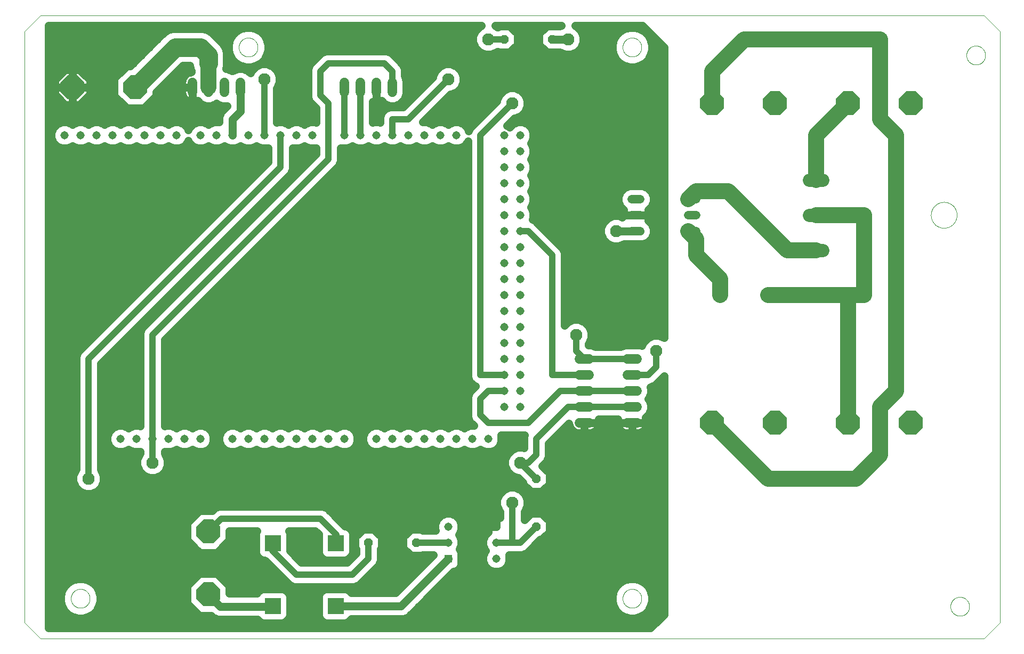
<source format=gtl>
G75*
%MOIN*%
%OFA0B0*%
%FSLAX25Y25*%
%IPPOS*%
%LPD*%
%AMOC8*
5,1,8,0,0,1.08239X$1,22.5*
%
%ADD10C,0.00000*%
%ADD11C,0.05200*%
%ADD12OC8,0.05200*%
%ADD13C,0.08250*%
%ADD14C,0.05150*%
%ADD15R,0.05150X0.05150*%
%ADD16OC8,0.15000*%
%ADD17C,0.06000*%
%ADD18R,0.10000X0.10000*%
%ADD19C,0.05000*%
%ADD20C,0.04000*%
%ADD21C,0.07677*%
%ADD22C,0.10000*%
%ADD23C,0.11811*%
D10*
X0071000Y0050833D02*
X0081000Y0040833D01*
X0671000Y0040833D01*
X0681000Y0050833D01*
X0681000Y0420833D01*
X0671000Y0430833D01*
X0081000Y0430833D01*
X0071000Y0420833D01*
X0071000Y0050833D01*
X0100094Y0065833D02*
X0100096Y0065986D01*
X0100102Y0066140D01*
X0100112Y0066293D01*
X0100126Y0066445D01*
X0100144Y0066598D01*
X0100166Y0066749D01*
X0100191Y0066900D01*
X0100221Y0067051D01*
X0100255Y0067201D01*
X0100292Y0067349D01*
X0100333Y0067497D01*
X0100378Y0067643D01*
X0100427Y0067789D01*
X0100480Y0067933D01*
X0100536Y0068075D01*
X0100596Y0068216D01*
X0100660Y0068356D01*
X0100727Y0068494D01*
X0100798Y0068630D01*
X0100873Y0068764D01*
X0100950Y0068896D01*
X0101032Y0069026D01*
X0101116Y0069154D01*
X0101204Y0069280D01*
X0101295Y0069403D01*
X0101389Y0069524D01*
X0101487Y0069642D01*
X0101587Y0069758D01*
X0101691Y0069871D01*
X0101797Y0069982D01*
X0101906Y0070090D01*
X0102018Y0070195D01*
X0102132Y0070296D01*
X0102250Y0070395D01*
X0102369Y0070491D01*
X0102491Y0070584D01*
X0102616Y0070673D01*
X0102743Y0070760D01*
X0102872Y0070842D01*
X0103003Y0070922D01*
X0103136Y0070998D01*
X0103271Y0071071D01*
X0103408Y0071140D01*
X0103547Y0071205D01*
X0103687Y0071267D01*
X0103829Y0071325D01*
X0103972Y0071380D01*
X0104117Y0071431D01*
X0104263Y0071478D01*
X0104410Y0071521D01*
X0104558Y0071560D01*
X0104707Y0071596D01*
X0104857Y0071627D01*
X0105008Y0071655D01*
X0105159Y0071679D01*
X0105312Y0071699D01*
X0105464Y0071715D01*
X0105617Y0071727D01*
X0105770Y0071735D01*
X0105923Y0071739D01*
X0106077Y0071739D01*
X0106230Y0071735D01*
X0106383Y0071727D01*
X0106536Y0071715D01*
X0106688Y0071699D01*
X0106841Y0071679D01*
X0106992Y0071655D01*
X0107143Y0071627D01*
X0107293Y0071596D01*
X0107442Y0071560D01*
X0107590Y0071521D01*
X0107737Y0071478D01*
X0107883Y0071431D01*
X0108028Y0071380D01*
X0108171Y0071325D01*
X0108313Y0071267D01*
X0108453Y0071205D01*
X0108592Y0071140D01*
X0108729Y0071071D01*
X0108864Y0070998D01*
X0108997Y0070922D01*
X0109128Y0070842D01*
X0109257Y0070760D01*
X0109384Y0070673D01*
X0109509Y0070584D01*
X0109631Y0070491D01*
X0109750Y0070395D01*
X0109868Y0070296D01*
X0109982Y0070195D01*
X0110094Y0070090D01*
X0110203Y0069982D01*
X0110309Y0069871D01*
X0110413Y0069758D01*
X0110513Y0069642D01*
X0110611Y0069524D01*
X0110705Y0069403D01*
X0110796Y0069280D01*
X0110884Y0069154D01*
X0110968Y0069026D01*
X0111050Y0068896D01*
X0111127Y0068764D01*
X0111202Y0068630D01*
X0111273Y0068494D01*
X0111340Y0068356D01*
X0111404Y0068216D01*
X0111464Y0068075D01*
X0111520Y0067933D01*
X0111573Y0067789D01*
X0111622Y0067643D01*
X0111667Y0067497D01*
X0111708Y0067349D01*
X0111745Y0067201D01*
X0111779Y0067051D01*
X0111809Y0066900D01*
X0111834Y0066749D01*
X0111856Y0066598D01*
X0111874Y0066445D01*
X0111888Y0066293D01*
X0111898Y0066140D01*
X0111904Y0065986D01*
X0111906Y0065833D01*
X0111904Y0065680D01*
X0111898Y0065526D01*
X0111888Y0065373D01*
X0111874Y0065221D01*
X0111856Y0065068D01*
X0111834Y0064917D01*
X0111809Y0064766D01*
X0111779Y0064615D01*
X0111745Y0064465D01*
X0111708Y0064317D01*
X0111667Y0064169D01*
X0111622Y0064023D01*
X0111573Y0063877D01*
X0111520Y0063733D01*
X0111464Y0063591D01*
X0111404Y0063450D01*
X0111340Y0063310D01*
X0111273Y0063172D01*
X0111202Y0063036D01*
X0111127Y0062902D01*
X0111050Y0062770D01*
X0110968Y0062640D01*
X0110884Y0062512D01*
X0110796Y0062386D01*
X0110705Y0062263D01*
X0110611Y0062142D01*
X0110513Y0062024D01*
X0110413Y0061908D01*
X0110309Y0061795D01*
X0110203Y0061684D01*
X0110094Y0061576D01*
X0109982Y0061471D01*
X0109868Y0061370D01*
X0109750Y0061271D01*
X0109631Y0061175D01*
X0109509Y0061082D01*
X0109384Y0060993D01*
X0109257Y0060906D01*
X0109128Y0060824D01*
X0108997Y0060744D01*
X0108864Y0060668D01*
X0108729Y0060595D01*
X0108592Y0060526D01*
X0108453Y0060461D01*
X0108313Y0060399D01*
X0108171Y0060341D01*
X0108028Y0060286D01*
X0107883Y0060235D01*
X0107737Y0060188D01*
X0107590Y0060145D01*
X0107442Y0060106D01*
X0107293Y0060070D01*
X0107143Y0060039D01*
X0106992Y0060011D01*
X0106841Y0059987D01*
X0106688Y0059967D01*
X0106536Y0059951D01*
X0106383Y0059939D01*
X0106230Y0059931D01*
X0106077Y0059927D01*
X0105923Y0059927D01*
X0105770Y0059931D01*
X0105617Y0059939D01*
X0105464Y0059951D01*
X0105312Y0059967D01*
X0105159Y0059987D01*
X0105008Y0060011D01*
X0104857Y0060039D01*
X0104707Y0060070D01*
X0104558Y0060106D01*
X0104410Y0060145D01*
X0104263Y0060188D01*
X0104117Y0060235D01*
X0103972Y0060286D01*
X0103829Y0060341D01*
X0103687Y0060399D01*
X0103547Y0060461D01*
X0103408Y0060526D01*
X0103271Y0060595D01*
X0103136Y0060668D01*
X0103003Y0060744D01*
X0102872Y0060824D01*
X0102743Y0060906D01*
X0102616Y0060993D01*
X0102491Y0061082D01*
X0102369Y0061175D01*
X0102250Y0061271D01*
X0102132Y0061370D01*
X0102018Y0061471D01*
X0101906Y0061576D01*
X0101797Y0061684D01*
X0101691Y0061795D01*
X0101587Y0061908D01*
X0101487Y0062024D01*
X0101389Y0062142D01*
X0101295Y0062263D01*
X0101204Y0062386D01*
X0101116Y0062512D01*
X0101032Y0062640D01*
X0100950Y0062770D01*
X0100873Y0062902D01*
X0100798Y0063036D01*
X0100727Y0063172D01*
X0100660Y0063310D01*
X0100596Y0063450D01*
X0100536Y0063591D01*
X0100480Y0063733D01*
X0100427Y0063877D01*
X0100378Y0064023D01*
X0100333Y0064169D01*
X0100292Y0064317D01*
X0100255Y0064465D01*
X0100221Y0064615D01*
X0100191Y0064766D01*
X0100166Y0064917D01*
X0100144Y0065068D01*
X0100126Y0065221D01*
X0100112Y0065373D01*
X0100102Y0065526D01*
X0100096Y0065680D01*
X0100094Y0065833D01*
X0445094Y0065833D02*
X0445096Y0065986D01*
X0445102Y0066140D01*
X0445112Y0066293D01*
X0445126Y0066445D01*
X0445144Y0066598D01*
X0445166Y0066749D01*
X0445191Y0066900D01*
X0445221Y0067051D01*
X0445255Y0067201D01*
X0445292Y0067349D01*
X0445333Y0067497D01*
X0445378Y0067643D01*
X0445427Y0067789D01*
X0445480Y0067933D01*
X0445536Y0068075D01*
X0445596Y0068216D01*
X0445660Y0068356D01*
X0445727Y0068494D01*
X0445798Y0068630D01*
X0445873Y0068764D01*
X0445950Y0068896D01*
X0446032Y0069026D01*
X0446116Y0069154D01*
X0446204Y0069280D01*
X0446295Y0069403D01*
X0446389Y0069524D01*
X0446487Y0069642D01*
X0446587Y0069758D01*
X0446691Y0069871D01*
X0446797Y0069982D01*
X0446906Y0070090D01*
X0447018Y0070195D01*
X0447132Y0070296D01*
X0447250Y0070395D01*
X0447369Y0070491D01*
X0447491Y0070584D01*
X0447616Y0070673D01*
X0447743Y0070760D01*
X0447872Y0070842D01*
X0448003Y0070922D01*
X0448136Y0070998D01*
X0448271Y0071071D01*
X0448408Y0071140D01*
X0448547Y0071205D01*
X0448687Y0071267D01*
X0448829Y0071325D01*
X0448972Y0071380D01*
X0449117Y0071431D01*
X0449263Y0071478D01*
X0449410Y0071521D01*
X0449558Y0071560D01*
X0449707Y0071596D01*
X0449857Y0071627D01*
X0450008Y0071655D01*
X0450159Y0071679D01*
X0450312Y0071699D01*
X0450464Y0071715D01*
X0450617Y0071727D01*
X0450770Y0071735D01*
X0450923Y0071739D01*
X0451077Y0071739D01*
X0451230Y0071735D01*
X0451383Y0071727D01*
X0451536Y0071715D01*
X0451688Y0071699D01*
X0451841Y0071679D01*
X0451992Y0071655D01*
X0452143Y0071627D01*
X0452293Y0071596D01*
X0452442Y0071560D01*
X0452590Y0071521D01*
X0452737Y0071478D01*
X0452883Y0071431D01*
X0453028Y0071380D01*
X0453171Y0071325D01*
X0453313Y0071267D01*
X0453453Y0071205D01*
X0453592Y0071140D01*
X0453729Y0071071D01*
X0453864Y0070998D01*
X0453997Y0070922D01*
X0454128Y0070842D01*
X0454257Y0070760D01*
X0454384Y0070673D01*
X0454509Y0070584D01*
X0454631Y0070491D01*
X0454750Y0070395D01*
X0454868Y0070296D01*
X0454982Y0070195D01*
X0455094Y0070090D01*
X0455203Y0069982D01*
X0455309Y0069871D01*
X0455413Y0069758D01*
X0455513Y0069642D01*
X0455611Y0069524D01*
X0455705Y0069403D01*
X0455796Y0069280D01*
X0455884Y0069154D01*
X0455968Y0069026D01*
X0456050Y0068896D01*
X0456127Y0068764D01*
X0456202Y0068630D01*
X0456273Y0068494D01*
X0456340Y0068356D01*
X0456404Y0068216D01*
X0456464Y0068075D01*
X0456520Y0067933D01*
X0456573Y0067789D01*
X0456622Y0067643D01*
X0456667Y0067497D01*
X0456708Y0067349D01*
X0456745Y0067201D01*
X0456779Y0067051D01*
X0456809Y0066900D01*
X0456834Y0066749D01*
X0456856Y0066598D01*
X0456874Y0066445D01*
X0456888Y0066293D01*
X0456898Y0066140D01*
X0456904Y0065986D01*
X0456906Y0065833D01*
X0456904Y0065680D01*
X0456898Y0065526D01*
X0456888Y0065373D01*
X0456874Y0065221D01*
X0456856Y0065068D01*
X0456834Y0064917D01*
X0456809Y0064766D01*
X0456779Y0064615D01*
X0456745Y0064465D01*
X0456708Y0064317D01*
X0456667Y0064169D01*
X0456622Y0064023D01*
X0456573Y0063877D01*
X0456520Y0063733D01*
X0456464Y0063591D01*
X0456404Y0063450D01*
X0456340Y0063310D01*
X0456273Y0063172D01*
X0456202Y0063036D01*
X0456127Y0062902D01*
X0456050Y0062770D01*
X0455968Y0062640D01*
X0455884Y0062512D01*
X0455796Y0062386D01*
X0455705Y0062263D01*
X0455611Y0062142D01*
X0455513Y0062024D01*
X0455413Y0061908D01*
X0455309Y0061795D01*
X0455203Y0061684D01*
X0455094Y0061576D01*
X0454982Y0061471D01*
X0454868Y0061370D01*
X0454750Y0061271D01*
X0454631Y0061175D01*
X0454509Y0061082D01*
X0454384Y0060993D01*
X0454257Y0060906D01*
X0454128Y0060824D01*
X0453997Y0060744D01*
X0453864Y0060668D01*
X0453729Y0060595D01*
X0453592Y0060526D01*
X0453453Y0060461D01*
X0453313Y0060399D01*
X0453171Y0060341D01*
X0453028Y0060286D01*
X0452883Y0060235D01*
X0452737Y0060188D01*
X0452590Y0060145D01*
X0452442Y0060106D01*
X0452293Y0060070D01*
X0452143Y0060039D01*
X0451992Y0060011D01*
X0451841Y0059987D01*
X0451688Y0059967D01*
X0451536Y0059951D01*
X0451383Y0059939D01*
X0451230Y0059931D01*
X0451077Y0059927D01*
X0450923Y0059927D01*
X0450770Y0059931D01*
X0450617Y0059939D01*
X0450464Y0059951D01*
X0450312Y0059967D01*
X0450159Y0059987D01*
X0450008Y0060011D01*
X0449857Y0060039D01*
X0449707Y0060070D01*
X0449558Y0060106D01*
X0449410Y0060145D01*
X0449263Y0060188D01*
X0449117Y0060235D01*
X0448972Y0060286D01*
X0448829Y0060341D01*
X0448687Y0060399D01*
X0448547Y0060461D01*
X0448408Y0060526D01*
X0448271Y0060595D01*
X0448136Y0060668D01*
X0448003Y0060744D01*
X0447872Y0060824D01*
X0447743Y0060906D01*
X0447616Y0060993D01*
X0447491Y0061082D01*
X0447369Y0061175D01*
X0447250Y0061271D01*
X0447132Y0061370D01*
X0447018Y0061471D01*
X0446906Y0061576D01*
X0446797Y0061684D01*
X0446691Y0061795D01*
X0446587Y0061908D01*
X0446487Y0062024D01*
X0446389Y0062142D01*
X0446295Y0062263D01*
X0446204Y0062386D01*
X0446116Y0062512D01*
X0446032Y0062640D01*
X0445950Y0062770D01*
X0445873Y0062902D01*
X0445798Y0063036D01*
X0445727Y0063172D01*
X0445660Y0063310D01*
X0445596Y0063450D01*
X0445536Y0063591D01*
X0445480Y0063733D01*
X0445427Y0063877D01*
X0445378Y0064023D01*
X0445333Y0064169D01*
X0445292Y0064317D01*
X0445255Y0064465D01*
X0445221Y0064615D01*
X0445191Y0064766D01*
X0445166Y0064917D01*
X0445144Y0065068D01*
X0445126Y0065221D01*
X0445112Y0065373D01*
X0445102Y0065526D01*
X0445096Y0065680D01*
X0445094Y0065833D01*
X0650094Y0060833D02*
X0650096Y0060986D01*
X0650102Y0061140D01*
X0650112Y0061293D01*
X0650126Y0061445D01*
X0650144Y0061598D01*
X0650166Y0061749D01*
X0650191Y0061900D01*
X0650221Y0062051D01*
X0650255Y0062201D01*
X0650292Y0062349D01*
X0650333Y0062497D01*
X0650378Y0062643D01*
X0650427Y0062789D01*
X0650480Y0062933D01*
X0650536Y0063075D01*
X0650596Y0063216D01*
X0650660Y0063356D01*
X0650727Y0063494D01*
X0650798Y0063630D01*
X0650873Y0063764D01*
X0650950Y0063896D01*
X0651032Y0064026D01*
X0651116Y0064154D01*
X0651204Y0064280D01*
X0651295Y0064403D01*
X0651389Y0064524D01*
X0651487Y0064642D01*
X0651587Y0064758D01*
X0651691Y0064871D01*
X0651797Y0064982D01*
X0651906Y0065090D01*
X0652018Y0065195D01*
X0652132Y0065296D01*
X0652250Y0065395D01*
X0652369Y0065491D01*
X0652491Y0065584D01*
X0652616Y0065673D01*
X0652743Y0065760D01*
X0652872Y0065842D01*
X0653003Y0065922D01*
X0653136Y0065998D01*
X0653271Y0066071D01*
X0653408Y0066140D01*
X0653547Y0066205D01*
X0653687Y0066267D01*
X0653829Y0066325D01*
X0653972Y0066380D01*
X0654117Y0066431D01*
X0654263Y0066478D01*
X0654410Y0066521D01*
X0654558Y0066560D01*
X0654707Y0066596D01*
X0654857Y0066627D01*
X0655008Y0066655D01*
X0655159Y0066679D01*
X0655312Y0066699D01*
X0655464Y0066715D01*
X0655617Y0066727D01*
X0655770Y0066735D01*
X0655923Y0066739D01*
X0656077Y0066739D01*
X0656230Y0066735D01*
X0656383Y0066727D01*
X0656536Y0066715D01*
X0656688Y0066699D01*
X0656841Y0066679D01*
X0656992Y0066655D01*
X0657143Y0066627D01*
X0657293Y0066596D01*
X0657442Y0066560D01*
X0657590Y0066521D01*
X0657737Y0066478D01*
X0657883Y0066431D01*
X0658028Y0066380D01*
X0658171Y0066325D01*
X0658313Y0066267D01*
X0658453Y0066205D01*
X0658592Y0066140D01*
X0658729Y0066071D01*
X0658864Y0065998D01*
X0658997Y0065922D01*
X0659128Y0065842D01*
X0659257Y0065760D01*
X0659384Y0065673D01*
X0659509Y0065584D01*
X0659631Y0065491D01*
X0659750Y0065395D01*
X0659868Y0065296D01*
X0659982Y0065195D01*
X0660094Y0065090D01*
X0660203Y0064982D01*
X0660309Y0064871D01*
X0660413Y0064758D01*
X0660513Y0064642D01*
X0660611Y0064524D01*
X0660705Y0064403D01*
X0660796Y0064280D01*
X0660884Y0064154D01*
X0660968Y0064026D01*
X0661050Y0063896D01*
X0661127Y0063764D01*
X0661202Y0063630D01*
X0661273Y0063494D01*
X0661340Y0063356D01*
X0661404Y0063216D01*
X0661464Y0063075D01*
X0661520Y0062933D01*
X0661573Y0062789D01*
X0661622Y0062643D01*
X0661667Y0062497D01*
X0661708Y0062349D01*
X0661745Y0062201D01*
X0661779Y0062051D01*
X0661809Y0061900D01*
X0661834Y0061749D01*
X0661856Y0061598D01*
X0661874Y0061445D01*
X0661888Y0061293D01*
X0661898Y0061140D01*
X0661904Y0060986D01*
X0661906Y0060833D01*
X0661904Y0060680D01*
X0661898Y0060526D01*
X0661888Y0060373D01*
X0661874Y0060221D01*
X0661856Y0060068D01*
X0661834Y0059917D01*
X0661809Y0059766D01*
X0661779Y0059615D01*
X0661745Y0059465D01*
X0661708Y0059317D01*
X0661667Y0059169D01*
X0661622Y0059023D01*
X0661573Y0058877D01*
X0661520Y0058733D01*
X0661464Y0058591D01*
X0661404Y0058450D01*
X0661340Y0058310D01*
X0661273Y0058172D01*
X0661202Y0058036D01*
X0661127Y0057902D01*
X0661050Y0057770D01*
X0660968Y0057640D01*
X0660884Y0057512D01*
X0660796Y0057386D01*
X0660705Y0057263D01*
X0660611Y0057142D01*
X0660513Y0057024D01*
X0660413Y0056908D01*
X0660309Y0056795D01*
X0660203Y0056684D01*
X0660094Y0056576D01*
X0659982Y0056471D01*
X0659868Y0056370D01*
X0659750Y0056271D01*
X0659631Y0056175D01*
X0659509Y0056082D01*
X0659384Y0055993D01*
X0659257Y0055906D01*
X0659128Y0055824D01*
X0658997Y0055744D01*
X0658864Y0055668D01*
X0658729Y0055595D01*
X0658592Y0055526D01*
X0658453Y0055461D01*
X0658313Y0055399D01*
X0658171Y0055341D01*
X0658028Y0055286D01*
X0657883Y0055235D01*
X0657737Y0055188D01*
X0657590Y0055145D01*
X0657442Y0055106D01*
X0657293Y0055070D01*
X0657143Y0055039D01*
X0656992Y0055011D01*
X0656841Y0054987D01*
X0656688Y0054967D01*
X0656536Y0054951D01*
X0656383Y0054939D01*
X0656230Y0054931D01*
X0656077Y0054927D01*
X0655923Y0054927D01*
X0655770Y0054931D01*
X0655617Y0054939D01*
X0655464Y0054951D01*
X0655312Y0054967D01*
X0655159Y0054987D01*
X0655008Y0055011D01*
X0654857Y0055039D01*
X0654707Y0055070D01*
X0654558Y0055106D01*
X0654410Y0055145D01*
X0654263Y0055188D01*
X0654117Y0055235D01*
X0653972Y0055286D01*
X0653829Y0055341D01*
X0653687Y0055399D01*
X0653547Y0055461D01*
X0653408Y0055526D01*
X0653271Y0055595D01*
X0653136Y0055668D01*
X0653003Y0055744D01*
X0652872Y0055824D01*
X0652743Y0055906D01*
X0652616Y0055993D01*
X0652491Y0056082D01*
X0652369Y0056175D01*
X0652250Y0056271D01*
X0652132Y0056370D01*
X0652018Y0056471D01*
X0651906Y0056576D01*
X0651797Y0056684D01*
X0651691Y0056795D01*
X0651587Y0056908D01*
X0651487Y0057024D01*
X0651389Y0057142D01*
X0651295Y0057263D01*
X0651204Y0057386D01*
X0651116Y0057512D01*
X0651032Y0057640D01*
X0650950Y0057770D01*
X0650873Y0057902D01*
X0650798Y0058036D01*
X0650727Y0058172D01*
X0650660Y0058310D01*
X0650596Y0058450D01*
X0650536Y0058591D01*
X0650480Y0058733D01*
X0650427Y0058877D01*
X0650378Y0059023D01*
X0650333Y0059169D01*
X0650292Y0059317D01*
X0650255Y0059465D01*
X0650221Y0059615D01*
X0650191Y0059766D01*
X0650166Y0059917D01*
X0650144Y0060068D01*
X0650126Y0060221D01*
X0650112Y0060373D01*
X0650102Y0060526D01*
X0650096Y0060680D01*
X0650094Y0060833D01*
X0637900Y0305833D02*
X0637902Y0306032D01*
X0637910Y0306230D01*
X0637922Y0306429D01*
X0637939Y0306627D01*
X0637961Y0306825D01*
X0637988Y0307022D01*
X0638019Y0307218D01*
X0638056Y0307413D01*
X0638097Y0307608D01*
X0638143Y0307801D01*
X0638193Y0307993D01*
X0638249Y0308184D01*
X0638309Y0308374D01*
X0638373Y0308562D01*
X0638443Y0308748D01*
X0638517Y0308933D01*
X0638595Y0309115D01*
X0638678Y0309296D01*
X0638765Y0309475D01*
X0638856Y0309651D01*
X0638952Y0309825D01*
X0639052Y0309997D01*
X0639157Y0310166D01*
X0639265Y0310333D01*
X0639378Y0310497D01*
X0639494Y0310658D01*
X0639614Y0310816D01*
X0639739Y0310972D01*
X0639867Y0311124D01*
X0639998Y0311273D01*
X0640134Y0311418D01*
X0640272Y0311561D01*
X0640415Y0311699D01*
X0640560Y0311835D01*
X0640709Y0311966D01*
X0640861Y0312094D01*
X0641017Y0312219D01*
X0641175Y0312339D01*
X0641336Y0312455D01*
X0641500Y0312568D01*
X0641667Y0312676D01*
X0641836Y0312781D01*
X0642008Y0312881D01*
X0642182Y0312977D01*
X0642358Y0313068D01*
X0642537Y0313155D01*
X0642718Y0313238D01*
X0642900Y0313316D01*
X0643085Y0313390D01*
X0643271Y0313460D01*
X0643459Y0313524D01*
X0643649Y0313584D01*
X0643840Y0313640D01*
X0644032Y0313690D01*
X0644225Y0313736D01*
X0644420Y0313777D01*
X0644615Y0313814D01*
X0644811Y0313845D01*
X0645008Y0313872D01*
X0645206Y0313894D01*
X0645404Y0313911D01*
X0645603Y0313923D01*
X0645801Y0313931D01*
X0646000Y0313933D01*
X0646199Y0313931D01*
X0646397Y0313923D01*
X0646596Y0313911D01*
X0646794Y0313894D01*
X0646992Y0313872D01*
X0647189Y0313845D01*
X0647385Y0313814D01*
X0647580Y0313777D01*
X0647775Y0313736D01*
X0647968Y0313690D01*
X0648160Y0313640D01*
X0648351Y0313584D01*
X0648541Y0313524D01*
X0648729Y0313460D01*
X0648915Y0313390D01*
X0649100Y0313316D01*
X0649282Y0313238D01*
X0649463Y0313155D01*
X0649642Y0313068D01*
X0649818Y0312977D01*
X0649992Y0312881D01*
X0650164Y0312781D01*
X0650333Y0312676D01*
X0650500Y0312568D01*
X0650664Y0312455D01*
X0650825Y0312339D01*
X0650983Y0312219D01*
X0651139Y0312094D01*
X0651291Y0311966D01*
X0651440Y0311835D01*
X0651585Y0311699D01*
X0651728Y0311561D01*
X0651866Y0311418D01*
X0652002Y0311273D01*
X0652133Y0311124D01*
X0652261Y0310972D01*
X0652386Y0310816D01*
X0652506Y0310658D01*
X0652622Y0310497D01*
X0652735Y0310333D01*
X0652843Y0310166D01*
X0652948Y0309997D01*
X0653048Y0309825D01*
X0653144Y0309651D01*
X0653235Y0309475D01*
X0653322Y0309296D01*
X0653405Y0309115D01*
X0653483Y0308933D01*
X0653557Y0308748D01*
X0653627Y0308562D01*
X0653691Y0308374D01*
X0653751Y0308184D01*
X0653807Y0307993D01*
X0653857Y0307801D01*
X0653903Y0307608D01*
X0653944Y0307413D01*
X0653981Y0307218D01*
X0654012Y0307022D01*
X0654039Y0306825D01*
X0654061Y0306627D01*
X0654078Y0306429D01*
X0654090Y0306230D01*
X0654098Y0306032D01*
X0654100Y0305833D01*
X0654098Y0305634D01*
X0654090Y0305436D01*
X0654078Y0305237D01*
X0654061Y0305039D01*
X0654039Y0304841D01*
X0654012Y0304644D01*
X0653981Y0304448D01*
X0653944Y0304253D01*
X0653903Y0304058D01*
X0653857Y0303865D01*
X0653807Y0303673D01*
X0653751Y0303482D01*
X0653691Y0303292D01*
X0653627Y0303104D01*
X0653557Y0302918D01*
X0653483Y0302733D01*
X0653405Y0302551D01*
X0653322Y0302370D01*
X0653235Y0302191D01*
X0653144Y0302015D01*
X0653048Y0301841D01*
X0652948Y0301669D01*
X0652843Y0301500D01*
X0652735Y0301333D01*
X0652622Y0301169D01*
X0652506Y0301008D01*
X0652386Y0300850D01*
X0652261Y0300694D01*
X0652133Y0300542D01*
X0652002Y0300393D01*
X0651866Y0300248D01*
X0651728Y0300105D01*
X0651585Y0299967D01*
X0651440Y0299831D01*
X0651291Y0299700D01*
X0651139Y0299572D01*
X0650983Y0299447D01*
X0650825Y0299327D01*
X0650664Y0299211D01*
X0650500Y0299098D01*
X0650333Y0298990D01*
X0650164Y0298885D01*
X0649992Y0298785D01*
X0649818Y0298689D01*
X0649642Y0298598D01*
X0649463Y0298511D01*
X0649282Y0298428D01*
X0649100Y0298350D01*
X0648915Y0298276D01*
X0648729Y0298206D01*
X0648541Y0298142D01*
X0648351Y0298082D01*
X0648160Y0298026D01*
X0647968Y0297976D01*
X0647775Y0297930D01*
X0647580Y0297889D01*
X0647385Y0297852D01*
X0647189Y0297821D01*
X0646992Y0297794D01*
X0646794Y0297772D01*
X0646596Y0297755D01*
X0646397Y0297743D01*
X0646199Y0297735D01*
X0646000Y0297733D01*
X0645801Y0297735D01*
X0645603Y0297743D01*
X0645404Y0297755D01*
X0645206Y0297772D01*
X0645008Y0297794D01*
X0644811Y0297821D01*
X0644615Y0297852D01*
X0644420Y0297889D01*
X0644225Y0297930D01*
X0644032Y0297976D01*
X0643840Y0298026D01*
X0643649Y0298082D01*
X0643459Y0298142D01*
X0643271Y0298206D01*
X0643085Y0298276D01*
X0642900Y0298350D01*
X0642718Y0298428D01*
X0642537Y0298511D01*
X0642358Y0298598D01*
X0642182Y0298689D01*
X0642008Y0298785D01*
X0641836Y0298885D01*
X0641667Y0298990D01*
X0641500Y0299098D01*
X0641336Y0299211D01*
X0641175Y0299327D01*
X0641017Y0299447D01*
X0640861Y0299572D01*
X0640709Y0299700D01*
X0640560Y0299831D01*
X0640415Y0299967D01*
X0640272Y0300105D01*
X0640134Y0300248D01*
X0639998Y0300393D01*
X0639867Y0300542D01*
X0639739Y0300694D01*
X0639614Y0300850D01*
X0639494Y0301008D01*
X0639378Y0301169D01*
X0639265Y0301333D01*
X0639157Y0301500D01*
X0639052Y0301669D01*
X0638952Y0301841D01*
X0638856Y0302015D01*
X0638765Y0302191D01*
X0638678Y0302370D01*
X0638595Y0302551D01*
X0638517Y0302733D01*
X0638443Y0302918D01*
X0638373Y0303104D01*
X0638309Y0303292D01*
X0638249Y0303482D01*
X0638193Y0303673D01*
X0638143Y0303865D01*
X0638097Y0304058D01*
X0638056Y0304253D01*
X0638019Y0304448D01*
X0637988Y0304644D01*
X0637961Y0304841D01*
X0637939Y0305039D01*
X0637922Y0305237D01*
X0637910Y0305436D01*
X0637902Y0305634D01*
X0637900Y0305833D01*
X0660094Y0405833D02*
X0660096Y0405986D01*
X0660102Y0406140D01*
X0660112Y0406293D01*
X0660126Y0406445D01*
X0660144Y0406598D01*
X0660166Y0406749D01*
X0660191Y0406900D01*
X0660221Y0407051D01*
X0660255Y0407201D01*
X0660292Y0407349D01*
X0660333Y0407497D01*
X0660378Y0407643D01*
X0660427Y0407789D01*
X0660480Y0407933D01*
X0660536Y0408075D01*
X0660596Y0408216D01*
X0660660Y0408356D01*
X0660727Y0408494D01*
X0660798Y0408630D01*
X0660873Y0408764D01*
X0660950Y0408896D01*
X0661032Y0409026D01*
X0661116Y0409154D01*
X0661204Y0409280D01*
X0661295Y0409403D01*
X0661389Y0409524D01*
X0661487Y0409642D01*
X0661587Y0409758D01*
X0661691Y0409871D01*
X0661797Y0409982D01*
X0661906Y0410090D01*
X0662018Y0410195D01*
X0662132Y0410296D01*
X0662250Y0410395D01*
X0662369Y0410491D01*
X0662491Y0410584D01*
X0662616Y0410673D01*
X0662743Y0410760D01*
X0662872Y0410842D01*
X0663003Y0410922D01*
X0663136Y0410998D01*
X0663271Y0411071D01*
X0663408Y0411140D01*
X0663547Y0411205D01*
X0663687Y0411267D01*
X0663829Y0411325D01*
X0663972Y0411380D01*
X0664117Y0411431D01*
X0664263Y0411478D01*
X0664410Y0411521D01*
X0664558Y0411560D01*
X0664707Y0411596D01*
X0664857Y0411627D01*
X0665008Y0411655D01*
X0665159Y0411679D01*
X0665312Y0411699D01*
X0665464Y0411715D01*
X0665617Y0411727D01*
X0665770Y0411735D01*
X0665923Y0411739D01*
X0666077Y0411739D01*
X0666230Y0411735D01*
X0666383Y0411727D01*
X0666536Y0411715D01*
X0666688Y0411699D01*
X0666841Y0411679D01*
X0666992Y0411655D01*
X0667143Y0411627D01*
X0667293Y0411596D01*
X0667442Y0411560D01*
X0667590Y0411521D01*
X0667737Y0411478D01*
X0667883Y0411431D01*
X0668028Y0411380D01*
X0668171Y0411325D01*
X0668313Y0411267D01*
X0668453Y0411205D01*
X0668592Y0411140D01*
X0668729Y0411071D01*
X0668864Y0410998D01*
X0668997Y0410922D01*
X0669128Y0410842D01*
X0669257Y0410760D01*
X0669384Y0410673D01*
X0669509Y0410584D01*
X0669631Y0410491D01*
X0669750Y0410395D01*
X0669868Y0410296D01*
X0669982Y0410195D01*
X0670094Y0410090D01*
X0670203Y0409982D01*
X0670309Y0409871D01*
X0670413Y0409758D01*
X0670513Y0409642D01*
X0670611Y0409524D01*
X0670705Y0409403D01*
X0670796Y0409280D01*
X0670884Y0409154D01*
X0670968Y0409026D01*
X0671050Y0408896D01*
X0671127Y0408764D01*
X0671202Y0408630D01*
X0671273Y0408494D01*
X0671340Y0408356D01*
X0671404Y0408216D01*
X0671464Y0408075D01*
X0671520Y0407933D01*
X0671573Y0407789D01*
X0671622Y0407643D01*
X0671667Y0407497D01*
X0671708Y0407349D01*
X0671745Y0407201D01*
X0671779Y0407051D01*
X0671809Y0406900D01*
X0671834Y0406749D01*
X0671856Y0406598D01*
X0671874Y0406445D01*
X0671888Y0406293D01*
X0671898Y0406140D01*
X0671904Y0405986D01*
X0671906Y0405833D01*
X0671904Y0405680D01*
X0671898Y0405526D01*
X0671888Y0405373D01*
X0671874Y0405221D01*
X0671856Y0405068D01*
X0671834Y0404917D01*
X0671809Y0404766D01*
X0671779Y0404615D01*
X0671745Y0404465D01*
X0671708Y0404317D01*
X0671667Y0404169D01*
X0671622Y0404023D01*
X0671573Y0403877D01*
X0671520Y0403733D01*
X0671464Y0403591D01*
X0671404Y0403450D01*
X0671340Y0403310D01*
X0671273Y0403172D01*
X0671202Y0403036D01*
X0671127Y0402902D01*
X0671050Y0402770D01*
X0670968Y0402640D01*
X0670884Y0402512D01*
X0670796Y0402386D01*
X0670705Y0402263D01*
X0670611Y0402142D01*
X0670513Y0402024D01*
X0670413Y0401908D01*
X0670309Y0401795D01*
X0670203Y0401684D01*
X0670094Y0401576D01*
X0669982Y0401471D01*
X0669868Y0401370D01*
X0669750Y0401271D01*
X0669631Y0401175D01*
X0669509Y0401082D01*
X0669384Y0400993D01*
X0669257Y0400906D01*
X0669128Y0400824D01*
X0668997Y0400744D01*
X0668864Y0400668D01*
X0668729Y0400595D01*
X0668592Y0400526D01*
X0668453Y0400461D01*
X0668313Y0400399D01*
X0668171Y0400341D01*
X0668028Y0400286D01*
X0667883Y0400235D01*
X0667737Y0400188D01*
X0667590Y0400145D01*
X0667442Y0400106D01*
X0667293Y0400070D01*
X0667143Y0400039D01*
X0666992Y0400011D01*
X0666841Y0399987D01*
X0666688Y0399967D01*
X0666536Y0399951D01*
X0666383Y0399939D01*
X0666230Y0399931D01*
X0666077Y0399927D01*
X0665923Y0399927D01*
X0665770Y0399931D01*
X0665617Y0399939D01*
X0665464Y0399951D01*
X0665312Y0399967D01*
X0665159Y0399987D01*
X0665008Y0400011D01*
X0664857Y0400039D01*
X0664707Y0400070D01*
X0664558Y0400106D01*
X0664410Y0400145D01*
X0664263Y0400188D01*
X0664117Y0400235D01*
X0663972Y0400286D01*
X0663829Y0400341D01*
X0663687Y0400399D01*
X0663547Y0400461D01*
X0663408Y0400526D01*
X0663271Y0400595D01*
X0663136Y0400668D01*
X0663003Y0400744D01*
X0662872Y0400824D01*
X0662743Y0400906D01*
X0662616Y0400993D01*
X0662491Y0401082D01*
X0662369Y0401175D01*
X0662250Y0401271D01*
X0662132Y0401370D01*
X0662018Y0401471D01*
X0661906Y0401576D01*
X0661797Y0401684D01*
X0661691Y0401795D01*
X0661587Y0401908D01*
X0661487Y0402024D01*
X0661389Y0402142D01*
X0661295Y0402263D01*
X0661204Y0402386D01*
X0661116Y0402512D01*
X0661032Y0402640D01*
X0660950Y0402770D01*
X0660873Y0402902D01*
X0660798Y0403036D01*
X0660727Y0403172D01*
X0660660Y0403310D01*
X0660596Y0403450D01*
X0660536Y0403591D01*
X0660480Y0403733D01*
X0660427Y0403877D01*
X0660378Y0404023D01*
X0660333Y0404169D01*
X0660292Y0404317D01*
X0660255Y0404465D01*
X0660221Y0404615D01*
X0660191Y0404766D01*
X0660166Y0404917D01*
X0660144Y0405068D01*
X0660126Y0405221D01*
X0660112Y0405373D01*
X0660102Y0405526D01*
X0660096Y0405680D01*
X0660094Y0405833D01*
X0445094Y0410833D02*
X0445096Y0410986D01*
X0445102Y0411140D01*
X0445112Y0411293D01*
X0445126Y0411445D01*
X0445144Y0411598D01*
X0445166Y0411749D01*
X0445191Y0411900D01*
X0445221Y0412051D01*
X0445255Y0412201D01*
X0445292Y0412349D01*
X0445333Y0412497D01*
X0445378Y0412643D01*
X0445427Y0412789D01*
X0445480Y0412933D01*
X0445536Y0413075D01*
X0445596Y0413216D01*
X0445660Y0413356D01*
X0445727Y0413494D01*
X0445798Y0413630D01*
X0445873Y0413764D01*
X0445950Y0413896D01*
X0446032Y0414026D01*
X0446116Y0414154D01*
X0446204Y0414280D01*
X0446295Y0414403D01*
X0446389Y0414524D01*
X0446487Y0414642D01*
X0446587Y0414758D01*
X0446691Y0414871D01*
X0446797Y0414982D01*
X0446906Y0415090D01*
X0447018Y0415195D01*
X0447132Y0415296D01*
X0447250Y0415395D01*
X0447369Y0415491D01*
X0447491Y0415584D01*
X0447616Y0415673D01*
X0447743Y0415760D01*
X0447872Y0415842D01*
X0448003Y0415922D01*
X0448136Y0415998D01*
X0448271Y0416071D01*
X0448408Y0416140D01*
X0448547Y0416205D01*
X0448687Y0416267D01*
X0448829Y0416325D01*
X0448972Y0416380D01*
X0449117Y0416431D01*
X0449263Y0416478D01*
X0449410Y0416521D01*
X0449558Y0416560D01*
X0449707Y0416596D01*
X0449857Y0416627D01*
X0450008Y0416655D01*
X0450159Y0416679D01*
X0450312Y0416699D01*
X0450464Y0416715D01*
X0450617Y0416727D01*
X0450770Y0416735D01*
X0450923Y0416739D01*
X0451077Y0416739D01*
X0451230Y0416735D01*
X0451383Y0416727D01*
X0451536Y0416715D01*
X0451688Y0416699D01*
X0451841Y0416679D01*
X0451992Y0416655D01*
X0452143Y0416627D01*
X0452293Y0416596D01*
X0452442Y0416560D01*
X0452590Y0416521D01*
X0452737Y0416478D01*
X0452883Y0416431D01*
X0453028Y0416380D01*
X0453171Y0416325D01*
X0453313Y0416267D01*
X0453453Y0416205D01*
X0453592Y0416140D01*
X0453729Y0416071D01*
X0453864Y0415998D01*
X0453997Y0415922D01*
X0454128Y0415842D01*
X0454257Y0415760D01*
X0454384Y0415673D01*
X0454509Y0415584D01*
X0454631Y0415491D01*
X0454750Y0415395D01*
X0454868Y0415296D01*
X0454982Y0415195D01*
X0455094Y0415090D01*
X0455203Y0414982D01*
X0455309Y0414871D01*
X0455413Y0414758D01*
X0455513Y0414642D01*
X0455611Y0414524D01*
X0455705Y0414403D01*
X0455796Y0414280D01*
X0455884Y0414154D01*
X0455968Y0414026D01*
X0456050Y0413896D01*
X0456127Y0413764D01*
X0456202Y0413630D01*
X0456273Y0413494D01*
X0456340Y0413356D01*
X0456404Y0413216D01*
X0456464Y0413075D01*
X0456520Y0412933D01*
X0456573Y0412789D01*
X0456622Y0412643D01*
X0456667Y0412497D01*
X0456708Y0412349D01*
X0456745Y0412201D01*
X0456779Y0412051D01*
X0456809Y0411900D01*
X0456834Y0411749D01*
X0456856Y0411598D01*
X0456874Y0411445D01*
X0456888Y0411293D01*
X0456898Y0411140D01*
X0456904Y0410986D01*
X0456906Y0410833D01*
X0456904Y0410680D01*
X0456898Y0410526D01*
X0456888Y0410373D01*
X0456874Y0410221D01*
X0456856Y0410068D01*
X0456834Y0409917D01*
X0456809Y0409766D01*
X0456779Y0409615D01*
X0456745Y0409465D01*
X0456708Y0409317D01*
X0456667Y0409169D01*
X0456622Y0409023D01*
X0456573Y0408877D01*
X0456520Y0408733D01*
X0456464Y0408591D01*
X0456404Y0408450D01*
X0456340Y0408310D01*
X0456273Y0408172D01*
X0456202Y0408036D01*
X0456127Y0407902D01*
X0456050Y0407770D01*
X0455968Y0407640D01*
X0455884Y0407512D01*
X0455796Y0407386D01*
X0455705Y0407263D01*
X0455611Y0407142D01*
X0455513Y0407024D01*
X0455413Y0406908D01*
X0455309Y0406795D01*
X0455203Y0406684D01*
X0455094Y0406576D01*
X0454982Y0406471D01*
X0454868Y0406370D01*
X0454750Y0406271D01*
X0454631Y0406175D01*
X0454509Y0406082D01*
X0454384Y0405993D01*
X0454257Y0405906D01*
X0454128Y0405824D01*
X0453997Y0405744D01*
X0453864Y0405668D01*
X0453729Y0405595D01*
X0453592Y0405526D01*
X0453453Y0405461D01*
X0453313Y0405399D01*
X0453171Y0405341D01*
X0453028Y0405286D01*
X0452883Y0405235D01*
X0452737Y0405188D01*
X0452590Y0405145D01*
X0452442Y0405106D01*
X0452293Y0405070D01*
X0452143Y0405039D01*
X0451992Y0405011D01*
X0451841Y0404987D01*
X0451688Y0404967D01*
X0451536Y0404951D01*
X0451383Y0404939D01*
X0451230Y0404931D01*
X0451077Y0404927D01*
X0450923Y0404927D01*
X0450770Y0404931D01*
X0450617Y0404939D01*
X0450464Y0404951D01*
X0450312Y0404967D01*
X0450159Y0404987D01*
X0450008Y0405011D01*
X0449857Y0405039D01*
X0449707Y0405070D01*
X0449558Y0405106D01*
X0449410Y0405145D01*
X0449263Y0405188D01*
X0449117Y0405235D01*
X0448972Y0405286D01*
X0448829Y0405341D01*
X0448687Y0405399D01*
X0448547Y0405461D01*
X0448408Y0405526D01*
X0448271Y0405595D01*
X0448136Y0405668D01*
X0448003Y0405744D01*
X0447872Y0405824D01*
X0447743Y0405906D01*
X0447616Y0405993D01*
X0447491Y0406082D01*
X0447369Y0406175D01*
X0447250Y0406271D01*
X0447132Y0406370D01*
X0447018Y0406471D01*
X0446906Y0406576D01*
X0446797Y0406684D01*
X0446691Y0406795D01*
X0446587Y0406908D01*
X0446487Y0407024D01*
X0446389Y0407142D01*
X0446295Y0407263D01*
X0446204Y0407386D01*
X0446116Y0407512D01*
X0446032Y0407640D01*
X0445950Y0407770D01*
X0445873Y0407902D01*
X0445798Y0408036D01*
X0445727Y0408172D01*
X0445660Y0408310D01*
X0445596Y0408450D01*
X0445536Y0408591D01*
X0445480Y0408733D01*
X0445427Y0408877D01*
X0445378Y0409023D01*
X0445333Y0409169D01*
X0445292Y0409317D01*
X0445255Y0409465D01*
X0445221Y0409615D01*
X0445191Y0409766D01*
X0445166Y0409917D01*
X0445144Y0410068D01*
X0445126Y0410221D01*
X0445112Y0410373D01*
X0445102Y0410526D01*
X0445096Y0410680D01*
X0445094Y0410833D01*
X0205094Y0410833D02*
X0205096Y0410986D01*
X0205102Y0411140D01*
X0205112Y0411293D01*
X0205126Y0411445D01*
X0205144Y0411598D01*
X0205166Y0411749D01*
X0205191Y0411900D01*
X0205221Y0412051D01*
X0205255Y0412201D01*
X0205292Y0412349D01*
X0205333Y0412497D01*
X0205378Y0412643D01*
X0205427Y0412789D01*
X0205480Y0412933D01*
X0205536Y0413075D01*
X0205596Y0413216D01*
X0205660Y0413356D01*
X0205727Y0413494D01*
X0205798Y0413630D01*
X0205873Y0413764D01*
X0205950Y0413896D01*
X0206032Y0414026D01*
X0206116Y0414154D01*
X0206204Y0414280D01*
X0206295Y0414403D01*
X0206389Y0414524D01*
X0206487Y0414642D01*
X0206587Y0414758D01*
X0206691Y0414871D01*
X0206797Y0414982D01*
X0206906Y0415090D01*
X0207018Y0415195D01*
X0207132Y0415296D01*
X0207250Y0415395D01*
X0207369Y0415491D01*
X0207491Y0415584D01*
X0207616Y0415673D01*
X0207743Y0415760D01*
X0207872Y0415842D01*
X0208003Y0415922D01*
X0208136Y0415998D01*
X0208271Y0416071D01*
X0208408Y0416140D01*
X0208547Y0416205D01*
X0208687Y0416267D01*
X0208829Y0416325D01*
X0208972Y0416380D01*
X0209117Y0416431D01*
X0209263Y0416478D01*
X0209410Y0416521D01*
X0209558Y0416560D01*
X0209707Y0416596D01*
X0209857Y0416627D01*
X0210008Y0416655D01*
X0210159Y0416679D01*
X0210312Y0416699D01*
X0210464Y0416715D01*
X0210617Y0416727D01*
X0210770Y0416735D01*
X0210923Y0416739D01*
X0211077Y0416739D01*
X0211230Y0416735D01*
X0211383Y0416727D01*
X0211536Y0416715D01*
X0211688Y0416699D01*
X0211841Y0416679D01*
X0211992Y0416655D01*
X0212143Y0416627D01*
X0212293Y0416596D01*
X0212442Y0416560D01*
X0212590Y0416521D01*
X0212737Y0416478D01*
X0212883Y0416431D01*
X0213028Y0416380D01*
X0213171Y0416325D01*
X0213313Y0416267D01*
X0213453Y0416205D01*
X0213592Y0416140D01*
X0213729Y0416071D01*
X0213864Y0415998D01*
X0213997Y0415922D01*
X0214128Y0415842D01*
X0214257Y0415760D01*
X0214384Y0415673D01*
X0214509Y0415584D01*
X0214631Y0415491D01*
X0214750Y0415395D01*
X0214868Y0415296D01*
X0214982Y0415195D01*
X0215094Y0415090D01*
X0215203Y0414982D01*
X0215309Y0414871D01*
X0215413Y0414758D01*
X0215513Y0414642D01*
X0215611Y0414524D01*
X0215705Y0414403D01*
X0215796Y0414280D01*
X0215884Y0414154D01*
X0215968Y0414026D01*
X0216050Y0413896D01*
X0216127Y0413764D01*
X0216202Y0413630D01*
X0216273Y0413494D01*
X0216340Y0413356D01*
X0216404Y0413216D01*
X0216464Y0413075D01*
X0216520Y0412933D01*
X0216573Y0412789D01*
X0216622Y0412643D01*
X0216667Y0412497D01*
X0216708Y0412349D01*
X0216745Y0412201D01*
X0216779Y0412051D01*
X0216809Y0411900D01*
X0216834Y0411749D01*
X0216856Y0411598D01*
X0216874Y0411445D01*
X0216888Y0411293D01*
X0216898Y0411140D01*
X0216904Y0410986D01*
X0216906Y0410833D01*
X0216904Y0410680D01*
X0216898Y0410526D01*
X0216888Y0410373D01*
X0216874Y0410221D01*
X0216856Y0410068D01*
X0216834Y0409917D01*
X0216809Y0409766D01*
X0216779Y0409615D01*
X0216745Y0409465D01*
X0216708Y0409317D01*
X0216667Y0409169D01*
X0216622Y0409023D01*
X0216573Y0408877D01*
X0216520Y0408733D01*
X0216464Y0408591D01*
X0216404Y0408450D01*
X0216340Y0408310D01*
X0216273Y0408172D01*
X0216202Y0408036D01*
X0216127Y0407902D01*
X0216050Y0407770D01*
X0215968Y0407640D01*
X0215884Y0407512D01*
X0215796Y0407386D01*
X0215705Y0407263D01*
X0215611Y0407142D01*
X0215513Y0407024D01*
X0215413Y0406908D01*
X0215309Y0406795D01*
X0215203Y0406684D01*
X0215094Y0406576D01*
X0214982Y0406471D01*
X0214868Y0406370D01*
X0214750Y0406271D01*
X0214631Y0406175D01*
X0214509Y0406082D01*
X0214384Y0405993D01*
X0214257Y0405906D01*
X0214128Y0405824D01*
X0213997Y0405744D01*
X0213864Y0405668D01*
X0213729Y0405595D01*
X0213592Y0405526D01*
X0213453Y0405461D01*
X0213313Y0405399D01*
X0213171Y0405341D01*
X0213028Y0405286D01*
X0212883Y0405235D01*
X0212737Y0405188D01*
X0212590Y0405145D01*
X0212442Y0405106D01*
X0212293Y0405070D01*
X0212143Y0405039D01*
X0211992Y0405011D01*
X0211841Y0404987D01*
X0211688Y0404967D01*
X0211536Y0404951D01*
X0211383Y0404939D01*
X0211230Y0404931D01*
X0211077Y0404927D01*
X0210923Y0404927D01*
X0210770Y0404931D01*
X0210617Y0404939D01*
X0210464Y0404951D01*
X0210312Y0404967D01*
X0210159Y0404987D01*
X0210008Y0405011D01*
X0209857Y0405039D01*
X0209707Y0405070D01*
X0209558Y0405106D01*
X0209410Y0405145D01*
X0209263Y0405188D01*
X0209117Y0405235D01*
X0208972Y0405286D01*
X0208829Y0405341D01*
X0208687Y0405399D01*
X0208547Y0405461D01*
X0208408Y0405526D01*
X0208271Y0405595D01*
X0208136Y0405668D01*
X0208003Y0405744D01*
X0207872Y0405824D01*
X0207743Y0405906D01*
X0207616Y0405993D01*
X0207491Y0406082D01*
X0207369Y0406175D01*
X0207250Y0406271D01*
X0207132Y0406370D01*
X0207018Y0406471D01*
X0206906Y0406576D01*
X0206797Y0406684D01*
X0206691Y0406795D01*
X0206587Y0406908D01*
X0206487Y0407024D01*
X0206389Y0407142D01*
X0206295Y0407263D01*
X0206204Y0407386D01*
X0206116Y0407512D01*
X0206032Y0407640D01*
X0205950Y0407770D01*
X0205873Y0407902D01*
X0205798Y0408036D01*
X0205727Y0408172D01*
X0205660Y0408310D01*
X0205596Y0408450D01*
X0205536Y0408591D01*
X0205480Y0408733D01*
X0205427Y0408877D01*
X0205378Y0409023D01*
X0205333Y0409169D01*
X0205292Y0409317D01*
X0205255Y0409465D01*
X0205221Y0409615D01*
X0205191Y0409766D01*
X0205166Y0409917D01*
X0205144Y0410068D01*
X0205126Y0410221D01*
X0205112Y0410373D01*
X0205102Y0410526D01*
X0205096Y0410680D01*
X0205094Y0410833D01*
D11*
X0450800Y0315833D02*
X0456000Y0315833D01*
X0456000Y0305833D02*
X0450800Y0305833D01*
X0450800Y0295833D02*
X0456000Y0295833D01*
X0486000Y0295833D02*
X0491200Y0295833D01*
X0491200Y0305833D02*
X0486000Y0305833D01*
X0486000Y0315833D02*
X0491200Y0315833D01*
D12*
X0506000Y0255833D03*
X0536000Y0255833D03*
X0391000Y0140833D03*
X0391000Y0110833D03*
X0316000Y0100833D03*
X0286000Y0100833D03*
X0371000Y0415833D03*
X0401000Y0415833D03*
D13*
X0561875Y0327833D02*
X0570125Y0327833D01*
X0570125Y0305833D02*
X0561875Y0305833D01*
X0561875Y0283833D02*
X0570125Y0283833D01*
D14*
X0381000Y0285833D03*
X0371000Y0285833D03*
X0371000Y0275833D03*
X0381000Y0275833D03*
X0381000Y0265833D03*
X0371000Y0265833D03*
X0371000Y0255833D03*
X0381000Y0255833D03*
X0381000Y0245833D03*
X0371000Y0245833D03*
X0371000Y0235833D03*
X0381000Y0235833D03*
X0381000Y0225833D03*
X0371000Y0225833D03*
X0371000Y0215833D03*
X0381000Y0215833D03*
X0381000Y0205833D03*
X0371000Y0205833D03*
X0371000Y0195833D03*
X0381000Y0195833D03*
X0381000Y0185833D03*
X0371000Y0185833D03*
X0361000Y0165833D03*
X0351000Y0165833D03*
X0341000Y0165833D03*
X0331000Y0165833D03*
X0321000Y0165833D03*
X0311000Y0165833D03*
X0301000Y0165833D03*
X0291000Y0165833D03*
X0271000Y0165833D03*
X0261000Y0165833D03*
X0251000Y0165833D03*
X0241000Y0165833D03*
X0231000Y0165833D03*
X0221000Y0165833D03*
X0211000Y0165833D03*
X0201000Y0165833D03*
X0181000Y0165833D03*
X0171000Y0165833D03*
X0161000Y0165833D03*
X0151000Y0165833D03*
X0141000Y0165833D03*
X0131000Y0165833D03*
X0336000Y0110833D03*
X0336000Y0100833D03*
X0366000Y0100833D03*
X0366000Y0090833D03*
X0366000Y0110833D03*
X0371000Y0295833D03*
X0381000Y0295833D03*
X0381000Y0305833D03*
X0371000Y0305833D03*
X0371000Y0315833D03*
X0381000Y0315833D03*
X0381000Y0325833D03*
X0371000Y0325833D03*
X0371000Y0335833D03*
X0381000Y0335833D03*
X0381000Y0345833D03*
X0371000Y0345833D03*
X0371000Y0355833D03*
X0381000Y0355833D03*
X0341000Y0355833D03*
X0331000Y0355833D03*
X0321000Y0355833D03*
X0311000Y0355833D03*
X0301000Y0355833D03*
X0291000Y0355833D03*
X0281000Y0355833D03*
X0271000Y0355833D03*
X0251000Y0355833D03*
X0241000Y0355833D03*
X0231000Y0355833D03*
X0221000Y0355833D03*
X0211000Y0355833D03*
X0201000Y0355833D03*
X0191000Y0355833D03*
X0181000Y0355833D03*
X0166000Y0355833D03*
X0156000Y0355833D03*
X0146000Y0355833D03*
X0136000Y0355833D03*
X0126000Y0355833D03*
X0116000Y0355833D03*
X0106000Y0355833D03*
X0096000Y0355833D03*
D15*
X0336000Y0090833D03*
D16*
X0186000Y0107703D03*
X0186000Y0068333D03*
X0501000Y0175833D03*
X0540370Y0175833D03*
X0586000Y0175833D03*
X0625370Y0175833D03*
X0625370Y0375833D03*
X0586000Y0375833D03*
X0540370Y0375833D03*
X0501000Y0375833D03*
X0140370Y0385833D03*
X0101000Y0385833D03*
D17*
X0176000Y0388833D02*
X0176000Y0382833D01*
X0186000Y0382833D02*
X0186000Y0388833D01*
X0196000Y0388833D02*
X0196000Y0382833D01*
X0206000Y0382833D02*
X0206000Y0388833D01*
X0271000Y0388833D02*
X0271000Y0382833D01*
X0281000Y0382833D02*
X0281000Y0388833D01*
X0291000Y0388833D02*
X0291000Y0382833D01*
X0301000Y0382833D02*
X0301000Y0388833D01*
X0418000Y0215833D02*
X0424000Y0215833D01*
X0424000Y0205833D02*
X0418000Y0205833D01*
X0418000Y0195833D02*
X0424000Y0195833D01*
X0424000Y0185833D02*
X0418000Y0185833D01*
X0418000Y0175833D02*
X0424000Y0175833D01*
X0448000Y0175833D02*
X0454000Y0175833D01*
X0454000Y0185833D02*
X0448000Y0185833D01*
X0448000Y0195833D02*
X0454000Y0195833D01*
X0454000Y0205833D02*
X0448000Y0205833D01*
X0448000Y0215833D02*
X0454000Y0215833D01*
D18*
X0265685Y0100518D03*
X0226315Y0100518D03*
X0226315Y0061148D03*
X0265685Y0061148D03*
D19*
X0306315Y0061148D01*
X0336000Y0090833D01*
X0344224Y0090818D02*
X0357776Y0090818D01*
X0357776Y0089197D02*
X0357776Y0092469D01*
X0359028Y0095492D01*
X0359369Y0095833D01*
X0359028Y0096175D01*
X0357776Y0099197D01*
X0357776Y0102469D01*
X0359028Y0105492D01*
X0360965Y0107429D01*
X0360804Y0107649D01*
X0360370Y0108501D01*
X0360075Y0109411D01*
X0359925Y0110355D01*
X0359925Y0110833D01*
X0366000Y0110833D01*
X0366000Y0110833D01*
X0359925Y0110833D01*
X0359925Y0111311D01*
X0360075Y0112256D01*
X0360370Y0113165D01*
X0360804Y0114017D01*
X0361366Y0114791D01*
X0362043Y0115467D01*
X0362816Y0116029D01*
X0363668Y0116463D01*
X0364577Y0116759D01*
X0365522Y0116908D01*
X0366000Y0116908D01*
X0366478Y0116908D01*
X0367423Y0116759D01*
X0368332Y0116463D01*
X0368350Y0116454D01*
X0368350Y0120065D01*
X0367956Y0120459D01*
X0366512Y0123946D01*
X0366512Y0127721D01*
X0367956Y0131208D01*
X0370625Y0133877D01*
X0374113Y0135322D01*
X0377887Y0135322D01*
X0381375Y0133877D01*
X0384044Y0131208D01*
X0385488Y0127721D01*
X0385488Y0123946D01*
X0384044Y0120459D01*
X0383650Y0120065D01*
X0383650Y0115150D01*
X0387583Y0119083D01*
X0394417Y0119083D01*
X0399250Y0114250D01*
X0399250Y0107416D01*
X0394417Y0102584D01*
X0393569Y0102584D01*
X0387485Y0096500D01*
X0385333Y0094348D01*
X0382522Y0093184D01*
X0373928Y0093184D01*
X0374224Y0092469D01*
X0374224Y0089197D01*
X0372972Y0086175D01*
X0370659Y0083861D01*
X0367636Y0082609D01*
X0364364Y0082609D01*
X0361341Y0083861D01*
X0359028Y0086175D01*
X0357776Y0089197D01*
X0359382Y0085820D02*
X0343680Y0085820D01*
X0343364Y0085058D02*
X0344224Y0087135D01*
X0344224Y0094532D01*
X0343364Y0096608D01*
X0343214Y0096758D01*
X0344224Y0099197D01*
X0344224Y0102469D01*
X0342972Y0105492D01*
X0342631Y0105833D01*
X0342972Y0106175D01*
X0344224Y0109197D01*
X0344224Y0112469D01*
X0342972Y0115492D01*
X0340659Y0117806D01*
X0337636Y0119058D01*
X0334364Y0119058D01*
X0331341Y0117806D01*
X0329028Y0115492D01*
X0327776Y0112469D01*
X0327776Y0109197D01*
X0328072Y0108483D01*
X0320017Y0108483D01*
X0319417Y0109083D01*
X0312583Y0109083D01*
X0307750Y0104250D01*
X0307750Y0097416D01*
X0312583Y0092584D01*
X0319417Y0092584D01*
X0320017Y0093184D01*
X0326825Y0093184D01*
X0302939Y0069298D01*
X0275495Y0069298D01*
X0275475Y0069349D01*
X0273885Y0070938D01*
X0271809Y0071798D01*
X0259561Y0071798D01*
X0257485Y0070938D01*
X0255896Y0069349D01*
X0255035Y0067272D01*
X0255035Y0055025D01*
X0255896Y0052948D01*
X0257485Y0051359D01*
X0259561Y0050499D01*
X0271809Y0050499D01*
X0273885Y0051359D01*
X0275475Y0052948D01*
X0275495Y0052999D01*
X0307936Y0052999D01*
X0310931Y0054239D01*
X0339301Y0082609D01*
X0339699Y0082609D01*
X0341775Y0083469D01*
X0343364Y0085058D01*
X0337513Y0080821D02*
X0471000Y0080821D01*
X0471000Y0075823D02*
X0458509Y0075823D01*
X0458617Y0075760D02*
X0455788Y0077393D01*
X0452633Y0078239D01*
X0449367Y0078239D01*
X0446212Y0077393D01*
X0443383Y0075760D01*
X0441073Y0073450D01*
X0439440Y0070622D01*
X0438594Y0067467D01*
X0438594Y0064200D01*
X0439440Y0061045D01*
X0441073Y0058216D01*
X0443383Y0055906D01*
X0446212Y0054273D01*
X0449367Y0053428D01*
X0452633Y0053428D01*
X0455788Y0054273D01*
X0458617Y0055906D01*
X0460927Y0058216D01*
X0462560Y0061045D01*
X0463405Y0064200D01*
X0463405Y0067467D01*
X0462560Y0070622D01*
X0460927Y0073450D01*
X0458617Y0075760D01*
X0462443Y0070824D02*
X0471000Y0070824D01*
X0471000Y0065826D02*
X0463405Y0065826D01*
X0462434Y0060827D02*
X0471000Y0060827D01*
X0471000Y0055833D02*
X0462500Y0047333D01*
X0086000Y0047333D01*
X0086000Y0424333D01*
X0356727Y0424333D01*
X0355625Y0423877D01*
X0352956Y0421208D01*
X0351512Y0417721D01*
X0351512Y0413946D01*
X0352956Y0410459D01*
X0355625Y0407790D01*
X0359113Y0406345D01*
X0362887Y0406345D01*
X0366375Y0407790D01*
X0366769Y0408184D01*
X0366983Y0408184D01*
X0367583Y0407584D01*
X0374417Y0407584D01*
X0379250Y0412416D01*
X0379250Y0419250D01*
X0374417Y0424083D01*
X0367583Y0424083D01*
X0366983Y0423483D01*
X0366769Y0423483D01*
X0366375Y0423877D01*
X0365273Y0424333D01*
X0406727Y0424333D01*
X0405881Y0423983D01*
X0404517Y0423983D01*
X0404417Y0424083D01*
X0397583Y0424083D01*
X0392750Y0419250D01*
X0392750Y0412416D01*
X0397583Y0407584D01*
X0404417Y0407584D01*
X0404517Y0407684D01*
X0405881Y0407684D01*
X0409113Y0406345D01*
X0412887Y0406345D01*
X0416375Y0407790D01*
X0419044Y0410459D01*
X0420488Y0413946D01*
X0420488Y0417721D01*
X0419044Y0421208D01*
X0416375Y0423877D01*
X0415273Y0424333D01*
X0457500Y0424333D01*
X0471000Y0410833D01*
X0471000Y0229032D01*
X0467887Y0230322D01*
X0464113Y0230322D01*
X0460625Y0228877D01*
X0457956Y0226208D01*
X0457019Y0223945D01*
X0455721Y0224483D01*
X0446279Y0224483D01*
X0443865Y0223483D01*
X0428135Y0223483D01*
X0425721Y0224483D01*
X0423650Y0224483D01*
X0423650Y0225065D01*
X0424044Y0225459D01*
X0425488Y0228946D01*
X0425488Y0232721D01*
X0424044Y0236208D01*
X0421375Y0238877D01*
X0417887Y0240322D01*
X0414113Y0240322D01*
X0410625Y0238877D01*
X0408650Y0236901D01*
X0408650Y0282355D01*
X0407485Y0285166D01*
X0392485Y0300166D01*
X0390333Y0302318D01*
X0388722Y0302986D01*
X0389224Y0304197D01*
X0389224Y0307469D01*
X0387972Y0310492D01*
X0387631Y0310833D01*
X0387972Y0311175D01*
X0389224Y0314197D01*
X0389224Y0317469D01*
X0387972Y0320492D01*
X0387631Y0320833D01*
X0387972Y0321175D01*
X0389224Y0324197D01*
X0389224Y0327469D01*
X0387972Y0330492D01*
X0387631Y0330833D01*
X0387972Y0331175D01*
X0389224Y0334197D01*
X0389224Y0337469D01*
X0387972Y0340492D01*
X0387631Y0340833D01*
X0387972Y0341175D01*
X0389224Y0344197D01*
X0389224Y0347469D01*
X0387972Y0350492D01*
X0387631Y0350833D01*
X0387972Y0351175D01*
X0389224Y0354197D01*
X0389224Y0357469D01*
X0387972Y0360492D01*
X0385659Y0362806D01*
X0382636Y0364058D01*
X0379364Y0364058D01*
X0376341Y0362806D01*
X0374404Y0360869D01*
X0374184Y0361029D01*
X0373332Y0361463D01*
X0372665Y0361680D01*
X0377330Y0366345D01*
X0377887Y0366345D01*
X0381375Y0367790D01*
X0384044Y0370459D01*
X0385488Y0373946D01*
X0385488Y0377721D01*
X0384044Y0381208D01*
X0381375Y0383877D01*
X0377887Y0385322D01*
X0374113Y0385322D01*
X0370625Y0383877D01*
X0367956Y0381208D01*
X0366512Y0377721D01*
X0366512Y0377163D01*
X0349515Y0360166D01*
X0348811Y0358467D01*
X0347972Y0360492D01*
X0345659Y0362806D01*
X0342636Y0364058D01*
X0339364Y0364058D01*
X0336341Y0362806D01*
X0336000Y0362464D01*
X0335659Y0362806D01*
X0332636Y0364058D01*
X0329364Y0364058D01*
X0326341Y0362806D01*
X0326000Y0362464D01*
X0325659Y0362806D01*
X0322636Y0364058D01*
X0320043Y0364058D01*
X0337330Y0381345D01*
X0337887Y0381345D01*
X0341375Y0382790D01*
X0344044Y0385459D01*
X0345488Y0388946D01*
X0345488Y0392721D01*
X0344044Y0396208D01*
X0341375Y0398877D01*
X0337887Y0400322D01*
X0334113Y0400322D01*
X0330625Y0398877D01*
X0327956Y0396208D01*
X0326512Y0392721D01*
X0326512Y0392163D01*
X0307831Y0373483D01*
X0299478Y0373483D01*
X0296667Y0372318D01*
X0294515Y0370166D01*
X0293350Y0367355D01*
X0293350Y0363762D01*
X0292636Y0364058D01*
X0289364Y0364058D01*
X0288650Y0363762D01*
X0288650Y0376771D01*
X0288906Y0376665D01*
X0289729Y0376445D01*
X0290574Y0376333D01*
X0291000Y0376333D01*
X0291426Y0376333D01*
X0292271Y0376445D01*
X0293094Y0376665D01*
X0293881Y0376991D01*
X0294343Y0377258D01*
X0296100Y0375501D01*
X0299279Y0374184D01*
X0302721Y0374184D01*
X0305900Y0375501D01*
X0308333Y0377934D01*
X0309650Y0381113D01*
X0309650Y0390554D01*
X0308650Y0392968D01*
X0308650Y0397355D01*
X0307485Y0400166D01*
X0305333Y0402318D01*
X0300333Y0407318D01*
X0297522Y0408483D01*
X0259478Y0408483D01*
X0256667Y0407318D01*
X0254515Y0405166D01*
X0249515Y0400166D01*
X0248350Y0397355D01*
X0248350Y0379312D01*
X0249515Y0376500D01*
X0251667Y0374348D01*
X0253350Y0372665D01*
X0253350Y0363762D01*
X0252636Y0364058D01*
X0249364Y0364058D01*
X0246341Y0362806D01*
X0246000Y0362464D01*
X0245659Y0362806D01*
X0242636Y0364058D01*
X0239364Y0364058D01*
X0236341Y0362806D01*
X0236000Y0362464D01*
X0235659Y0362806D01*
X0232636Y0364058D01*
X0229364Y0364058D01*
X0228650Y0363762D01*
X0228650Y0385065D01*
X0229044Y0385459D01*
X0230488Y0388946D01*
X0230488Y0392721D01*
X0229044Y0396208D01*
X0226375Y0398877D01*
X0222887Y0400322D01*
X0219113Y0400322D01*
X0215625Y0398877D01*
X0212956Y0396208D01*
X0212342Y0394724D01*
X0210900Y0396166D01*
X0207721Y0397483D01*
X0204279Y0397483D01*
X0201100Y0396166D01*
X0201000Y0396066D01*
X0200900Y0396166D01*
X0197721Y0397483D01*
X0197065Y0397483D01*
X0197555Y0399312D01*
X0197555Y0407355D01*
X0196768Y0410293D01*
X0195246Y0412928D01*
X0193095Y0415080D01*
X0188095Y0420080D01*
X0185460Y0421601D01*
X0182521Y0422388D01*
X0163849Y0422388D01*
X0160910Y0421601D01*
X0158275Y0420080D01*
X0156124Y0417928D01*
X0137178Y0398983D01*
X0134923Y0398983D01*
X0127220Y0391280D01*
X0127220Y0380387D01*
X0134923Y0372684D01*
X0145817Y0372684D01*
X0153520Y0380387D01*
X0153520Y0382642D01*
X0170156Y0399278D01*
X0174454Y0399278D01*
X0175232Y0396373D01*
X0175350Y0396169D01*
X0175350Y0395304D01*
X0174729Y0395222D01*
X0173906Y0395002D01*
X0173119Y0394676D01*
X0172381Y0394249D01*
X0171705Y0393731D01*
X0171103Y0393128D01*
X0170584Y0392452D01*
X0170158Y0391714D01*
X0169832Y0390927D01*
X0169611Y0390104D01*
X0169500Y0389259D01*
X0169500Y0385833D01*
X0169500Y0382407D01*
X0169611Y0381563D01*
X0169832Y0380739D01*
X0170158Y0379952D01*
X0170584Y0379214D01*
X0171103Y0378538D01*
X0171705Y0377936D01*
X0172381Y0377417D01*
X0173119Y0376991D01*
X0173906Y0376665D01*
X0174729Y0376445D01*
X0175574Y0376333D01*
X0176000Y0376333D01*
X0176426Y0376333D01*
X0177271Y0376445D01*
X0178094Y0376665D01*
X0178881Y0376991D01*
X0179343Y0377258D01*
X0181100Y0375501D01*
X0184279Y0374184D01*
X0187721Y0374184D01*
X0190900Y0375501D01*
X0191000Y0375601D01*
X0191100Y0375501D01*
X0194279Y0374184D01*
X0197721Y0374184D01*
X0197850Y0374238D01*
X0197850Y0374209D01*
X0196384Y0372742D01*
X0194091Y0370450D01*
X0192850Y0367454D01*
X0192850Y0363969D01*
X0192636Y0364058D01*
X0189364Y0364058D01*
X0186341Y0362806D01*
X0186000Y0362464D01*
X0185659Y0362806D01*
X0182636Y0364058D01*
X0179364Y0364058D01*
X0176341Y0362806D01*
X0174028Y0360492D01*
X0173500Y0359218D01*
X0172972Y0360492D01*
X0170659Y0362806D01*
X0167636Y0364058D01*
X0164364Y0364058D01*
X0161341Y0362806D01*
X0161000Y0362464D01*
X0160659Y0362806D01*
X0157636Y0364058D01*
X0154364Y0364058D01*
X0151341Y0362806D01*
X0151000Y0362464D01*
X0150659Y0362806D01*
X0147636Y0364058D01*
X0144364Y0364058D01*
X0141341Y0362806D01*
X0141000Y0362464D01*
X0140659Y0362806D01*
X0137636Y0364058D01*
X0134364Y0364058D01*
X0131341Y0362806D01*
X0131000Y0362464D01*
X0130659Y0362806D01*
X0127636Y0364058D01*
X0124364Y0364058D01*
X0121341Y0362806D01*
X0121000Y0362464D01*
X0120659Y0362806D01*
X0117636Y0364058D01*
X0114364Y0364058D01*
X0111341Y0362806D01*
X0111000Y0362464D01*
X0110659Y0362806D01*
X0107636Y0364058D01*
X0104364Y0364058D01*
X0101341Y0362806D01*
X0101000Y0362464D01*
X0100659Y0362806D01*
X0097636Y0364058D01*
X0094364Y0364058D01*
X0091341Y0362806D01*
X0089028Y0360492D01*
X0087776Y0357469D01*
X0087776Y0354197D01*
X0089028Y0351175D01*
X0091341Y0348861D01*
X0094364Y0347609D01*
X0097636Y0347609D01*
X0100659Y0348861D01*
X0101000Y0349202D01*
X0101341Y0348861D01*
X0104364Y0347609D01*
X0107636Y0347609D01*
X0110659Y0348861D01*
X0111000Y0349202D01*
X0111341Y0348861D01*
X0114364Y0347609D01*
X0117636Y0347609D01*
X0120659Y0348861D01*
X0121000Y0349202D01*
X0121341Y0348861D01*
X0124364Y0347609D01*
X0127636Y0347609D01*
X0130659Y0348861D01*
X0131000Y0349202D01*
X0131341Y0348861D01*
X0134364Y0347609D01*
X0137636Y0347609D01*
X0140659Y0348861D01*
X0141000Y0349202D01*
X0141341Y0348861D01*
X0144364Y0347609D01*
X0147636Y0347609D01*
X0150659Y0348861D01*
X0151000Y0349202D01*
X0151341Y0348861D01*
X0154364Y0347609D01*
X0157636Y0347609D01*
X0160659Y0348861D01*
X0161000Y0349202D01*
X0161341Y0348861D01*
X0164364Y0347609D01*
X0167636Y0347609D01*
X0170659Y0348861D01*
X0172972Y0351175D01*
X0173500Y0352449D01*
X0174028Y0351175D01*
X0176341Y0348861D01*
X0179364Y0347609D01*
X0182636Y0347609D01*
X0185659Y0348861D01*
X0186000Y0349202D01*
X0186341Y0348861D01*
X0189364Y0347609D01*
X0192636Y0347609D01*
X0195659Y0348861D01*
X0196000Y0349202D01*
X0196341Y0348861D01*
X0199364Y0347609D01*
X0202636Y0347609D01*
X0205659Y0348861D01*
X0206000Y0349202D01*
X0206341Y0348861D01*
X0209364Y0347609D01*
X0212636Y0347609D01*
X0215659Y0348861D01*
X0216000Y0349202D01*
X0216341Y0348861D01*
X0219364Y0347609D01*
X0222636Y0347609D01*
X0223350Y0347905D01*
X0223350Y0339002D01*
X0106667Y0222318D01*
X0104515Y0220166D01*
X0103350Y0217355D01*
X0103350Y0146602D01*
X0102956Y0146208D01*
X0101512Y0142721D01*
X0101512Y0138946D01*
X0102956Y0135459D01*
X0105625Y0132790D01*
X0109113Y0131345D01*
X0112887Y0131345D01*
X0116375Y0132790D01*
X0119044Y0135459D01*
X0120488Y0138946D01*
X0120488Y0142721D01*
X0119044Y0146208D01*
X0118650Y0146602D01*
X0118650Y0212665D01*
X0237485Y0331500D01*
X0238650Y0334312D01*
X0238650Y0347905D01*
X0239364Y0347609D01*
X0242636Y0347609D01*
X0245659Y0348861D01*
X0246000Y0349202D01*
X0246341Y0348861D01*
X0249364Y0347609D01*
X0252636Y0347609D01*
X0253350Y0347905D01*
X0253350Y0344002D01*
X0144515Y0235166D01*
X0143350Y0232355D01*
X0143350Y0173762D01*
X0142636Y0174058D01*
X0139364Y0174058D01*
X0136341Y0172806D01*
X0136000Y0172464D01*
X0135659Y0172806D01*
X0132636Y0174058D01*
X0129364Y0174058D01*
X0126341Y0172806D01*
X0124028Y0170492D01*
X0122776Y0167469D01*
X0122776Y0164197D01*
X0124028Y0161175D01*
X0126341Y0158861D01*
X0129364Y0157609D01*
X0132636Y0157609D01*
X0135659Y0158861D01*
X0136000Y0159202D01*
X0136341Y0158861D01*
X0139364Y0157609D01*
X0142636Y0157609D01*
X0143350Y0157905D01*
X0143350Y0156602D01*
X0142956Y0156208D01*
X0141512Y0152721D01*
X0141512Y0148946D01*
X0142956Y0145459D01*
X0145625Y0142790D01*
X0149113Y0141345D01*
X0152887Y0141345D01*
X0156375Y0142790D01*
X0159044Y0145459D01*
X0160488Y0148946D01*
X0160488Y0152721D01*
X0159044Y0156208D01*
X0158650Y0156602D01*
X0158650Y0157905D01*
X0159364Y0157609D01*
X0162636Y0157609D01*
X0165659Y0158861D01*
X0166000Y0159202D01*
X0166341Y0158861D01*
X0169364Y0157609D01*
X0172636Y0157609D01*
X0175659Y0158861D01*
X0176000Y0159202D01*
X0176341Y0158861D01*
X0179364Y0157609D01*
X0182636Y0157609D01*
X0185659Y0158861D01*
X0187972Y0161175D01*
X0189224Y0164197D01*
X0189224Y0167469D01*
X0187972Y0170492D01*
X0185659Y0172806D01*
X0182636Y0174058D01*
X0179364Y0174058D01*
X0176341Y0172806D01*
X0176000Y0172464D01*
X0175659Y0172806D01*
X0172636Y0174058D01*
X0169364Y0174058D01*
X0166341Y0172806D01*
X0166000Y0172464D01*
X0165659Y0172806D01*
X0162636Y0174058D01*
X0159364Y0174058D01*
X0158650Y0173762D01*
X0158650Y0227665D01*
X0265333Y0334348D01*
X0267485Y0336500D01*
X0268650Y0339312D01*
X0268650Y0347905D01*
X0269364Y0347609D01*
X0272636Y0347609D01*
X0275659Y0348861D01*
X0276000Y0349202D01*
X0276341Y0348861D01*
X0279364Y0347609D01*
X0282636Y0347609D01*
X0285659Y0348861D01*
X0286000Y0349202D01*
X0286341Y0348861D01*
X0289364Y0347609D01*
X0292636Y0347609D01*
X0295659Y0348861D01*
X0296000Y0349202D01*
X0296341Y0348861D01*
X0299364Y0347609D01*
X0302636Y0347609D01*
X0305659Y0348861D01*
X0306000Y0349202D01*
X0306341Y0348861D01*
X0309364Y0347609D01*
X0312636Y0347609D01*
X0315659Y0348861D01*
X0316000Y0349202D01*
X0316341Y0348861D01*
X0319364Y0347609D01*
X0322636Y0347609D01*
X0325659Y0348861D01*
X0326000Y0349202D01*
X0326341Y0348861D01*
X0329364Y0347609D01*
X0332636Y0347609D01*
X0335659Y0348861D01*
X0336000Y0349202D01*
X0336341Y0348861D01*
X0339364Y0347609D01*
X0342636Y0347609D01*
X0345659Y0348861D01*
X0347972Y0351175D01*
X0348350Y0352087D01*
X0348350Y0204312D01*
X0349515Y0201500D01*
X0351667Y0199348D01*
X0353102Y0198754D01*
X0351667Y0197318D01*
X0349515Y0195166D01*
X0348350Y0192355D01*
X0348350Y0179312D01*
X0349515Y0176500D01*
X0351957Y0174058D01*
X0349364Y0174058D01*
X0346341Y0172806D01*
X0346000Y0172464D01*
X0345659Y0172806D01*
X0342636Y0174058D01*
X0339364Y0174058D01*
X0336341Y0172806D01*
X0336000Y0172464D01*
X0335659Y0172806D01*
X0332636Y0174058D01*
X0329364Y0174058D01*
X0326341Y0172806D01*
X0326000Y0172464D01*
X0325659Y0172806D01*
X0322636Y0174058D01*
X0319364Y0174058D01*
X0316341Y0172806D01*
X0316000Y0172464D01*
X0315659Y0172806D01*
X0312636Y0174058D01*
X0309364Y0174058D01*
X0306341Y0172806D01*
X0306000Y0172464D01*
X0305659Y0172806D01*
X0302636Y0174058D01*
X0299364Y0174058D01*
X0296341Y0172806D01*
X0296000Y0172464D01*
X0295659Y0172806D01*
X0292636Y0174058D01*
X0289364Y0174058D01*
X0286341Y0172806D01*
X0284028Y0170492D01*
X0282776Y0167469D01*
X0282776Y0164197D01*
X0284028Y0161175D01*
X0286341Y0158861D01*
X0289364Y0157609D01*
X0292636Y0157609D01*
X0295659Y0158861D01*
X0296000Y0159202D01*
X0296341Y0158861D01*
X0299364Y0157609D01*
X0302636Y0157609D01*
X0305659Y0158861D01*
X0306000Y0159202D01*
X0306341Y0158861D01*
X0309364Y0157609D01*
X0312636Y0157609D01*
X0315659Y0158861D01*
X0316000Y0159202D01*
X0316341Y0158861D01*
X0319364Y0157609D01*
X0322636Y0157609D01*
X0325659Y0158861D01*
X0326000Y0159202D01*
X0326341Y0158861D01*
X0329364Y0157609D01*
X0332636Y0157609D01*
X0335659Y0158861D01*
X0336000Y0159202D01*
X0336341Y0158861D01*
X0339364Y0157609D01*
X0342636Y0157609D01*
X0345659Y0158861D01*
X0346000Y0159202D01*
X0346341Y0158861D01*
X0349364Y0157609D01*
X0352636Y0157609D01*
X0355659Y0158861D01*
X0356000Y0159202D01*
X0356341Y0158861D01*
X0359364Y0157609D01*
X0362636Y0157609D01*
X0365659Y0158861D01*
X0367972Y0161175D01*
X0369224Y0164197D01*
X0369224Y0167469D01*
X0368928Y0168184D01*
X0383694Y0168184D01*
X0383350Y0167355D01*
X0383350Y0160130D01*
X0382887Y0160322D01*
X0379113Y0160322D01*
X0375625Y0158877D01*
X0372956Y0156208D01*
X0371512Y0152721D01*
X0371512Y0148946D01*
X0372956Y0145459D01*
X0375625Y0142790D01*
X0379113Y0141345D01*
X0379670Y0141345D01*
X0382750Y0138265D01*
X0382750Y0137416D01*
X0387583Y0132584D01*
X0394417Y0132584D01*
X0399250Y0137416D01*
X0399250Y0144250D01*
X0394742Y0148758D01*
X0397485Y0151500D01*
X0398650Y0154312D01*
X0398650Y0162665D01*
X0411500Y0175515D01*
X0411500Y0175407D01*
X0411611Y0174563D01*
X0411832Y0173739D01*
X0412158Y0172952D01*
X0412584Y0172214D01*
X0413103Y0171538D01*
X0413705Y0170936D01*
X0414381Y0170417D01*
X0415119Y0169991D01*
X0415906Y0169665D01*
X0416729Y0169445D01*
X0417574Y0169333D01*
X0421000Y0169333D01*
X0424426Y0169333D01*
X0425271Y0169445D01*
X0426094Y0169665D01*
X0426881Y0169991D01*
X0427619Y0170417D01*
X0428295Y0170936D01*
X0428897Y0171538D01*
X0429416Y0172214D01*
X0429842Y0172952D01*
X0430168Y0173739D01*
X0430389Y0174563D01*
X0430500Y0175407D01*
X0430500Y0175833D01*
X0421000Y0175833D01*
X0421000Y0169333D01*
X0421000Y0175833D01*
X0421000Y0175833D01*
X0421000Y0175833D01*
X0430500Y0175833D01*
X0430500Y0176259D01*
X0430389Y0177104D01*
X0430168Y0177927D01*
X0430062Y0178184D01*
X0441938Y0178184D01*
X0441832Y0177927D01*
X0441611Y0177104D01*
X0441500Y0176259D01*
X0441500Y0175833D01*
X0441500Y0175407D01*
X0441611Y0174563D01*
X0441832Y0173739D01*
X0442158Y0172952D01*
X0442584Y0172214D01*
X0443103Y0171538D01*
X0443705Y0170936D01*
X0444381Y0170417D01*
X0445119Y0169991D01*
X0445906Y0169665D01*
X0446729Y0169445D01*
X0447574Y0169333D01*
X0451000Y0169333D01*
X0454426Y0169333D01*
X0455271Y0169445D01*
X0456094Y0169665D01*
X0456881Y0169991D01*
X0457619Y0170417D01*
X0458295Y0170936D01*
X0458897Y0171538D01*
X0459416Y0172214D01*
X0459842Y0172952D01*
X0460168Y0173739D01*
X0460389Y0174563D01*
X0460500Y0175407D01*
X0460500Y0175833D01*
X0451000Y0175833D01*
X0451000Y0169333D01*
X0451000Y0175833D01*
X0451000Y0175833D01*
X0451000Y0175833D01*
X0441500Y0175833D01*
X0451000Y0175833D01*
X0451000Y0175833D01*
X0460500Y0175833D01*
X0460500Y0176259D01*
X0460389Y0177104D01*
X0460168Y0177927D01*
X0459842Y0178714D01*
X0459575Y0179176D01*
X0461333Y0180934D01*
X0462650Y0184113D01*
X0462650Y0187554D01*
X0461333Y0190733D01*
X0461232Y0190833D01*
X0461333Y0190934D01*
X0462650Y0194113D01*
X0462650Y0197554D01*
X0462389Y0198184D01*
X0462522Y0198184D01*
X0465333Y0199348D01*
X0470333Y0204348D01*
X0471000Y0205015D01*
X0471000Y0055833D01*
X0470996Y0055829D02*
X0458483Y0055829D01*
X0465997Y0050830D02*
X0272610Y0050830D01*
X0258761Y0050830D02*
X0233239Y0050830D01*
X0232439Y0050499D02*
X0234515Y0051359D01*
X0236104Y0052948D01*
X0236965Y0055025D01*
X0236965Y0067272D01*
X0236104Y0069349D01*
X0234515Y0070938D01*
X0232439Y0071798D01*
X0220191Y0071798D01*
X0218115Y0070938D01*
X0216525Y0069349D01*
X0216374Y0068983D01*
X0199150Y0068983D01*
X0199150Y0073780D01*
X0191447Y0081483D01*
X0180553Y0081483D01*
X0172850Y0073780D01*
X0172850Y0062887D01*
X0180553Y0055184D01*
X0187624Y0055184D01*
X0188884Y0053924D01*
X0191879Y0052684D01*
X0216790Y0052684D01*
X0218115Y0051359D01*
X0220191Y0050499D01*
X0232439Y0050499D01*
X0236965Y0055829D02*
X0255035Y0055829D01*
X0255035Y0060827D02*
X0236965Y0060827D01*
X0236965Y0065826D02*
X0255035Y0065826D01*
X0257371Y0070824D02*
X0234629Y0070824D01*
X0236667Y0074348D02*
X0239478Y0073184D01*
X0277522Y0073184D01*
X0280333Y0074348D01*
X0282485Y0076500D01*
X0282485Y0076500D01*
X0290333Y0084348D01*
X0292485Y0086500D01*
X0293650Y0089312D01*
X0293650Y0096816D01*
X0294250Y0097416D01*
X0294250Y0104250D01*
X0289417Y0109083D01*
X0282583Y0109083D01*
X0277750Y0104250D01*
X0277750Y0097416D01*
X0278350Y0096816D01*
X0278350Y0094002D01*
X0272831Y0088483D01*
X0244169Y0088483D01*
X0236965Y0095687D01*
X0236965Y0106642D01*
X0236326Y0108184D01*
X0252831Y0108184D01*
X0255035Y0105980D01*
X0255035Y0094395D01*
X0255896Y0092318D01*
X0257485Y0090729D01*
X0259561Y0089869D01*
X0271809Y0089869D01*
X0273885Y0090729D01*
X0275475Y0092318D01*
X0276335Y0094395D01*
X0276335Y0106642D01*
X0275475Y0108719D01*
X0273885Y0110308D01*
X0271809Y0111168D01*
X0271484Y0111168D01*
X0260333Y0122318D01*
X0257522Y0123483D01*
X0192608Y0123483D01*
X0189797Y0122318D01*
X0188331Y0120853D01*
X0180553Y0120853D01*
X0172850Y0113150D01*
X0172850Y0102257D01*
X0180553Y0094554D01*
X0191447Y0094554D01*
X0199150Y0102257D01*
X0199150Y0108184D01*
X0216304Y0108184D01*
X0215665Y0106642D01*
X0215665Y0094395D01*
X0216525Y0092318D01*
X0218115Y0090729D01*
X0220191Y0089869D01*
X0221146Y0089869D01*
X0221667Y0089348D01*
X0236667Y0074348D01*
X0235192Y0075823D02*
X0197107Y0075823D01*
X0199150Y0070824D02*
X0218001Y0070824D01*
X0226000Y0060833D02*
X0193500Y0060833D01*
X0186000Y0068333D01*
X0172850Y0070824D02*
X0117443Y0070824D01*
X0117560Y0070622D02*
X0115927Y0073450D01*
X0113617Y0075760D01*
X0110788Y0077393D01*
X0107633Y0078239D01*
X0104367Y0078239D01*
X0101212Y0077393D01*
X0098383Y0075760D01*
X0096073Y0073450D01*
X0094440Y0070622D01*
X0093594Y0067467D01*
X0093594Y0064200D01*
X0094440Y0061045D01*
X0096073Y0058216D01*
X0098383Y0055906D01*
X0101212Y0054273D01*
X0104367Y0053428D01*
X0107633Y0053428D01*
X0110788Y0054273D01*
X0113617Y0055906D01*
X0115927Y0058216D01*
X0117560Y0061045D01*
X0118405Y0064200D01*
X0118405Y0067467D01*
X0117560Y0070622D01*
X0118405Y0065826D02*
X0172850Y0065826D01*
X0174910Y0060827D02*
X0117434Y0060827D01*
X0113483Y0055829D02*
X0179908Y0055829D01*
X0174893Y0075823D02*
X0113509Y0075823D01*
X0098491Y0075823D02*
X0086000Y0075823D01*
X0086000Y0080821D02*
X0179892Y0080821D01*
X0192108Y0080821D02*
X0230194Y0080821D01*
X0225195Y0085820D02*
X0086000Y0085820D01*
X0086000Y0090818D02*
X0218025Y0090818D01*
X0221667Y0089348D02*
X0221667Y0089348D01*
X0215665Y0095817D02*
X0192710Y0095817D01*
X0197708Y0100815D02*
X0215665Y0100815D01*
X0215665Y0105814D02*
X0199150Y0105814D01*
X0179290Y0095817D02*
X0086000Y0095817D01*
X0086000Y0100815D02*
X0174292Y0100815D01*
X0172850Y0105814D02*
X0086000Y0105814D01*
X0086000Y0110812D02*
X0172850Y0110812D01*
X0175511Y0115811D02*
X0086000Y0115811D01*
X0086000Y0120810D02*
X0180510Y0120810D01*
X0159186Y0145802D02*
X0372814Y0145802D01*
X0371512Y0150801D02*
X0160488Y0150801D01*
X0159213Y0155799D02*
X0372787Y0155799D01*
X0367595Y0160798D02*
X0383350Y0160798D01*
X0383350Y0165796D02*
X0369224Y0165796D01*
X0350222Y0175793D02*
X0158650Y0175793D01*
X0158650Y0180792D02*
X0348350Y0180792D01*
X0348350Y0185790D02*
X0158650Y0185790D01*
X0158650Y0190789D02*
X0348350Y0190789D01*
X0350136Y0195787D02*
X0158650Y0195787D01*
X0158650Y0200786D02*
X0350229Y0200786D01*
X0348350Y0205784D02*
X0158650Y0205784D01*
X0158650Y0210783D02*
X0348350Y0210783D01*
X0348350Y0215781D02*
X0158650Y0215781D01*
X0158650Y0220780D02*
X0348350Y0220780D01*
X0348350Y0225778D02*
X0158650Y0225778D01*
X0161762Y0230777D02*
X0348350Y0230777D01*
X0348350Y0235775D02*
X0166760Y0235775D01*
X0171759Y0240774D02*
X0348350Y0240774D01*
X0348350Y0245772D02*
X0176757Y0245772D01*
X0181756Y0250771D02*
X0348350Y0250771D01*
X0348350Y0255769D02*
X0186754Y0255769D01*
X0191753Y0260768D02*
X0348350Y0260768D01*
X0348350Y0265766D02*
X0196751Y0265766D01*
X0201750Y0270765D02*
X0348350Y0270765D01*
X0348350Y0275763D02*
X0206748Y0275763D01*
X0211747Y0280762D02*
X0348350Y0280762D01*
X0348350Y0285760D02*
X0216745Y0285760D01*
X0221744Y0290759D02*
X0348350Y0290759D01*
X0348350Y0295757D02*
X0226742Y0295757D01*
X0231741Y0300756D02*
X0348350Y0300756D01*
X0348350Y0305754D02*
X0236739Y0305754D01*
X0241738Y0310753D02*
X0348350Y0310753D01*
X0348350Y0315751D02*
X0246736Y0315751D01*
X0251735Y0320750D02*
X0348350Y0320750D01*
X0348350Y0325748D02*
X0256733Y0325748D01*
X0261732Y0330747D02*
X0348350Y0330747D01*
X0348350Y0335745D02*
X0266730Y0335745D01*
X0268650Y0340744D02*
X0348350Y0340744D01*
X0348350Y0345743D02*
X0268650Y0345743D01*
X0253350Y0345743D02*
X0238650Y0345743D01*
X0238650Y0340744D02*
X0250093Y0340744D01*
X0245094Y0335745D02*
X0238650Y0335745D01*
X0240095Y0330747D02*
X0236732Y0330747D01*
X0235097Y0325748D02*
X0231733Y0325748D01*
X0230098Y0320750D02*
X0226735Y0320750D01*
X0225100Y0315751D02*
X0221736Y0315751D01*
X0220101Y0310753D02*
X0216738Y0310753D01*
X0215103Y0305754D02*
X0211739Y0305754D01*
X0210104Y0300756D02*
X0206741Y0300756D01*
X0205106Y0295757D02*
X0201742Y0295757D01*
X0200107Y0290759D02*
X0196744Y0290759D01*
X0195109Y0285760D02*
X0191745Y0285760D01*
X0190110Y0280762D02*
X0186747Y0280762D01*
X0185112Y0275763D02*
X0181748Y0275763D01*
X0180113Y0270765D02*
X0176750Y0270765D01*
X0175115Y0265766D02*
X0171751Y0265766D01*
X0170116Y0260768D02*
X0166753Y0260768D01*
X0165118Y0255769D02*
X0161754Y0255769D01*
X0160119Y0250771D02*
X0156756Y0250771D01*
X0155121Y0245772D02*
X0151757Y0245772D01*
X0150122Y0240774D02*
X0146759Y0240774D01*
X0145124Y0235775D02*
X0141760Y0235775D01*
X0143350Y0230777D02*
X0136762Y0230777D01*
X0131763Y0225778D02*
X0143350Y0225778D01*
X0143350Y0220780D02*
X0126765Y0220780D01*
X0121766Y0215781D02*
X0143350Y0215781D01*
X0143350Y0210783D02*
X0118650Y0210783D01*
X0118650Y0205784D02*
X0143350Y0205784D01*
X0143350Y0200786D02*
X0118650Y0200786D01*
X0118650Y0195787D02*
X0143350Y0195787D01*
X0143350Y0190789D02*
X0118650Y0190789D01*
X0118650Y0185790D02*
X0143350Y0185790D01*
X0143350Y0180792D02*
X0118650Y0180792D01*
X0118650Y0175793D02*
X0143350Y0175793D01*
X0124330Y0170795D02*
X0118650Y0170795D01*
X0118650Y0165796D02*
X0122776Y0165796D01*
X0124405Y0160798D02*
X0118650Y0160798D01*
X0118650Y0155799D02*
X0142787Y0155799D01*
X0141512Y0150801D02*
X0118650Y0150801D01*
X0119212Y0145802D02*
X0142814Y0145802D01*
X0120488Y0140804D02*
X0380212Y0140804D01*
X0384362Y0135805D02*
X0119187Y0135805D01*
X0102813Y0135805D02*
X0086000Y0135805D01*
X0086000Y0140804D02*
X0101512Y0140804D01*
X0102788Y0145802D02*
X0086000Y0145802D01*
X0086000Y0150801D02*
X0103350Y0150801D01*
X0103350Y0155799D02*
X0086000Y0155799D01*
X0086000Y0160798D02*
X0103350Y0160798D01*
X0103350Y0165796D02*
X0086000Y0165796D01*
X0086000Y0170795D02*
X0103350Y0170795D01*
X0103350Y0175793D02*
X0086000Y0175793D01*
X0086000Y0180792D02*
X0103350Y0180792D01*
X0103350Y0185790D02*
X0086000Y0185790D01*
X0086000Y0190789D02*
X0103350Y0190789D01*
X0103350Y0195787D02*
X0086000Y0195787D01*
X0086000Y0200786D02*
X0103350Y0200786D01*
X0103350Y0205784D02*
X0086000Y0205784D01*
X0086000Y0210783D02*
X0103350Y0210783D01*
X0103350Y0215781D02*
X0086000Y0215781D01*
X0086000Y0220780D02*
X0105128Y0220780D01*
X0110127Y0225778D02*
X0086000Y0225778D01*
X0086000Y0230777D02*
X0115125Y0230777D01*
X0120124Y0235775D02*
X0086000Y0235775D01*
X0086000Y0240774D02*
X0125122Y0240774D01*
X0130121Y0245772D02*
X0086000Y0245772D01*
X0086000Y0250771D02*
X0135119Y0250771D01*
X0140118Y0255769D02*
X0086000Y0255769D01*
X0086000Y0260768D02*
X0145116Y0260768D01*
X0150115Y0265766D02*
X0086000Y0265766D01*
X0086000Y0270765D02*
X0155113Y0270765D01*
X0160112Y0275763D02*
X0086000Y0275763D01*
X0086000Y0280762D02*
X0165110Y0280762D01*
X0170109Y0285760D02*
X0086000Y0285760D01*
X0086000Y0290759D02*
X0175107Y0290759D01*
X0180106Y0295757D02*
X0086000Y0295757D01*
X0086000Y0300756D02*
X0185104Y0300756D01*
X0190103Y0305754D02*
X0086000Y0305754D01*
X0086000Y0310753D02*
X0195101Y0310753D01*
X0200100Y0315751D02*
X0086000Y0315751D01*
X0086000Y0320750D02*
X0205098Y0320750D01*
X0210097Y0325748D02*
X0086000Y0325748D01*
X0086000Y0330747D02*
X0215095Y0330747D01*
X0220094Y0335745D02*
X0086000Y0335745D01*
X0086000Y0340744D02*
X0223350Y0340744D01*
X0223350Y0345743D02*
X0086000Y0345743D01*
X0086000Y0350741D02*
X0089461Y0350741D01*
X0087776Y0355740D02*
X0086000Y0355740D01*
X0086000Y0360738D02*
X0089274Y0360738D01*
X0086000Y0365737D02*
X0192850Y0365737D01*
X0201000Y0365833D02*
X0201000Y0355833D01*
X0201000Y0365833D02*
X0206000Y0370833D01*
X0206000Y0385833D01*
X0211338Y0395728D02*
X0212757Y0395728D01*
X0212633Y0398428D02*
X0209367Y0398428D01*
X0206212Y0399273D01*
X0203383Y0400906D01*
X0201073Y0403216D01*
X0199440Y0406045D01*
X0198594Y0409200D01*
X0198594Y0412467D01*
X0199440Y0415622D01*
X0201073Y0418450D01*
X0203383Y0420760D01*
X0206212Y0422393D01*
X0209367Y0423239D01*
X0212633Y0423239D01*
X0215788Y0422393D01*
X0218617Y0420760D01*
X0220927Y0418450D01*
X0222560Y0415622D01*
X0223405Y0412467D01*
X0223405Y0409200D01*
X0222560Y0406045D01*
X0220927Y0403216D01*
X0218617Y0400906D01*
X0215788Y0399273D01*
X0212633Y0398428D01*
X0218305Y0400726D02*
X0250075Y0400726D01*
X0248350Y0395728D02*
X0229243Y0395728D01*
X0230488Y0390729D02*
X0248350Y0390729D01*
X0248350Y0385731D02*
X0229156Y0385731D01*
X0228650Y0380732D02*
X0248350Y0380732D01*
X0250282Y0375734D02*
X0228650Y0375734D01*
X0228650Y0370735D02*
X0253350Y0370735D01*
X0251667Y0374348D02*
X0251667Y0374348D01*
X0253350Y0365737D02*
X0228650Y0365737D01*
X0194376Y0370735D02*
X0086000Y0370735D01*
X0086000Y0375734D02*
X0095543Y0375734D01*
X0096444Y0374833D02*
X0090000Y0381277D01*
X0090000Y0385833D01*
X0101000Y0385833D01*
X0101000Y0374833D01*
X0105556Y0374833D01*
X0112000Y0381277D01*
X0112000Y0385833D01*
X0101000Y0385833D01*
X0101000Y0385833D01*
X0101000Y0374833D01*
X0096444Y0374833D01*
X0101000Y0375734D02*
X0101000Y0375734D01*
X0101000Y0380732D02*
X0101000Y0380732D01*
X0101000Y0385731D02*
X0101000Y0385731D01*
X0101000Y0385833D02*
X0101000Y0385833D01*
X0101000Y0385833D01*
X0112000Y0385833D01*
X0112000Y0390390D01*
X0105556Y0396833D01*
X0101000Y0396833D01*
X0101000Y0385833D01*
X0090000Y0385833D01*
X0090000Y0390390D01*
X0096444Y0396833D01*
X0101000Y0396833D01*
X0101000Y0385833D01*
X0101000Y0385833D01*
X0101000Y0390729D02*
X0101000Y0390729D01*
X0101000Y0395728D02*
X0101000Y0395728D01*
X0106662Y0395728D02*
X0131668Y0395728D01*
X0127220Y0390729D02*
X0111661Y0390729D01*
X0112000Y0385731D02*
X0127220Y0385731D01*
X0127220Y0380732D02*
X0111455Y0380732D01*
X0106457Y0375734D02*
X0131873Y0375734D01*
X0148867Y0375734D02*
X0180867Y0375734D01*
X0176000Y0376333D02*
X0176000Y0382007D01*
X0176000Y0382007D01*
X0176000Y0376333D01*
X0176000Y0380732D02*
X0176000Y0380732D01*
X0175350Y0385833D02*
X0169500Y0385833D01*
X0175350Y0385833D01*
X0175350Y0385833D01*
X0169500Y0385731D02*
X0156609Y0385731D01*
X0153520Y0380732D02*
X0169835Y0380732D01*
X0169779Y0390729D02*
X0161607Y0390729D01*
X0166606Y0395728D02*
X0175350Y0395728D01*
X0197555Y0400726D02*
X0203695Y0400726D01*
X0199625Y0405725D02*
X0197555Y0405725D01*
X0196520Y0410723D02*
X0198594Y0410723D01*
X0199498Y0415722D02*
X0192453Y0415722D01*
X0186986Y0420720D02*
X0203343Y0420720D01*
X0218657Y0420720D02*
X0352754Y0420720D01*
X0351512Y0415722D02*
X0222502Y0415722D01*
X0223405Y0410723D02*
X0352847Y0410723D01*
X0344243Y0395728D02*
X0471000Y0395728D01*
X0471000Y0400726D02*
X0458305Y0400726D01*
X0458617Y0400906D02*
X0460927Y0403216D01*
X0462560Y0406045D01*
X0463405Y0409200D01*
X0463405Y0412467D01*
X0462560Y0415622D01*
X0460927Y0418450D01*
X0458617Y0420760D01*
X0455788Y0422393D01*
X0452633Y0423239D01*
X0449367Y0423239D01*
X0446212Y0422393D01*
X0443383Y0420760D01*
X0441073Y0418450D01*
X0439440Y0415622D01*
X0438594Y0412467D01*
X0438594Y0409200D01*
X0439440Y0406045D01*
X0441073Y0403216D01*
X0443383Y0400906D01*
X0446212Y0399273D01*
X0449367Y0398428D01*
X0452633Y0398428D01*
X0455788Y0399273D01*
X0458617Y0400906D01*
X0462375Y0405725D02*
X0471000Y0405725D01*
X0471000Y0410723D02*
X0463405Y0410723D01*
X0462502Y0415722D02*
X0466112Y0415722D01*
X0461113Y0420720D02*
X0458657Y0420720D01*
X0443343Y0420720D02*
X0419246Y0420720D01*
X0411000Y0415833D02*
X0401000Y0415833D01*
X0392750Y0415722D02*
X0379250Y0415722D01*
X0377557Y0410723D02*
X0394443Y0410723D01*
X0394220Y0420720D02*
X0377780Y0420720D01*
X0419153Y0410723D02*
X0438594Y0410723D01*
X0439498Y0415722D02*
X0420488Y0415722D01*
X0439625Y0405725D02*
X0301927Y0405725D01*
X0306925Y0400726D02*
X0443695Y0400726D01*
X0471000Y0390729D02*
X0345488Y0390729D01*
X0344156Y0385731D02*
X0471000Y0385731D01*
X0471000Y0380732D02*
X0384241Y0380732D01*
X0385488Y0375734D02*
X0471000Y0375734D01*
X0471000Y0370735D02*
X0384158Y0370735D01*
X0376721Y0365737D02*
X0471000Y0365737D01*
X0471000Y0360738D02*
X0387726Y0360738D01*
X0389224Y0355740D02*
X0471000Y0355740D01*
X0471000Y0350741D02*
X0387723Y0350741D01*
X0389224Y0345743D02*
X0471000Y0345743D01*
X0471000Y0340744D02*
X0387720Y0340744D01*
X0389224Y0335745D02*
X0471000Y0335745D01*
X0471000Y0330747D02*
X0387717Y0330747D01*
X0389224Y0325748D02*
X0471000Y0325748D01*
X0471000Y0320750D02*
X0462750Y0320750D01*
X0462994Y0320506D02*
X0460673Y0322827D01*
X0457641Y0324083D01*
X0449159Y0324083D01*
X0446127Y0322827D01*
X0443806Y0320506D01*
X0442550Y0317474D01*
X0442550Y0314192D01*
X0443806Y0311160D01*
X0445732Y0309235D01*
X0445583Y0309030D01*
X0445147Y0308175D01*
X0444850Y0307262D01*
X0444700Y0306313D01*
X0444700Y0305833D01*
X0444700Y0305353D01*
X0444833Y0304516D01*
X0442887Y0305322D01*
X0439113Y0305322D01*
X0435625Y0303877D01*
X0432956Y0301208D01*
X0431512Y0297721D01*
X0431512Y0293946D01*
X0432956Y0290459D01*
X0435625Y0287790D01*
X0439113Y0286345D01*
X0442887Y0286345D01*
X0446119Y0287684D01*
X0448918Y0287684D01*
X0449159Y0287584D01*
X0457641Y0287584D01*
X0460673Y0288840D01*
X0462994Y0291160D01*
X0464250Y0294192D01*
X0464250Y0297474D01*
X0462994Y0300506D01*
X0461068Y0302432D01*
X0461217Y0302636D01*
X0461653Y0303492D01*
X0461950Y0304405D01*
X0462100Y0305353D01*
X0462100Y0305833D01*
X0456000Y0305833D01*
X0456000Y0305833D01*
X0444700Y0305833D01*
X0456000Y0305833D01*
X0456000Y0305833D01*
X0462100Y0305833D01*
X0462100Y0306313D01*
X0461950Y0307262D01*
X0461653Y0308175D01*
X0461217Y0309030D01*
X0461068Y0309235D01*
X0462994Y0311160D01*
X0464250Y0314192D01*
X0464250Y0317474D01*
X0462994Y0320506D01*
X0464250Y0315751D02*
X0471000Y0315751D01*
X0471000Y0310753D02*
X0462586Y0310753D01*
X0462100Y0305754D02*
X0471000Y0305754D01*
X0471000Y0300756D02*
X0462744Y0300756D01*
X0464250Y0295757D02*
X0471000Y0295757D01*
X0471000Y0290759D02*
X0462592Y0290759D01*
X0456000Y0295833D02*
X0441000Y0295833D01*
X0431512Y0295757D02*
X0396894Y0295757D01*
X0401893Y0290759D02*
X0432832Y0290759D01*
X0432769Y0300756D02*
X0391896Y0300756D01*
X0389224Y0305754D02*
X0444700Y0305754D01*
X0444214Y0310753D02*
X0387711Y0310753D01*
X0389224Y0315751D02*
X0442550Y0315751D01*
X0444050Y0320750D02*
X0387714Y0320750D01*
X0406891Y0285760D02*
X0471000Y0285760D01*
X0471000Y0280762D02*
X0408650Y0280762D01*
X0408650Y0275763D02*
X0471000Y0275763D01*
X0471000Y0270765D02*
X0408650Y0270765D01*
X0408650Y0265766D02*
X0471000Y0265766D01*
X0471000Y0260768D02*
X0408650Y0260768D01*
X0408650Y0255769D02*
X0471000Y0255769D01*
X0471000Y0250771D02*
X0408650Y0250771D01*
X0408650Y0245772D02*
X0471000Y0245772D01*
X0471000Y0240774D02*
X0408650Y0240774D01*
X0424223Y0235775D02*
X0471000Y0235775D01*
X0471000Y0230777D02*
X0425488Y0230777D01*
X0424176Y0225778D02*
X0457778Y0225778D01*
X0466771Y0200786D02*
X0471000Y0200786D01*
X0471000Y0195787D02*
X0462650Y0195787D01*
X0461277Y0190789D02*
X0471000Y0190789D01*
X0471000Y0185790D02*
X0462650Y0185790D01*
X0461191Y0180792D02*
X0471000Y0180792D01*
X0471000Y0175793D02*
X0460500Y0175793D01*
X0458111Y0170795D02*
X0471000Y0170795D01*
X0471000Y0165796D02*
X0401781Y0165796D01*
X0398650Y0160798D02*
X0471000Y0160798D01*
X0471000Y0155799D02*
X0398650Y0155799D01*
X0396785Y0150801D02*
X0471000Y0150801D01*
X0471000Y0145802D02*
X0397698Y0145802D01*
X0399250Y0140804D02*
X0471000Y0140804D01*
X0471000Y0135805D02*
X0397638Y0135805D01*
X0384210Y0130807D02*
X0471000Y0130807D01*
X0471000Y0125808D02*
X0385488Y0125808D01*
X0384189Y0120810D02*
X0471000Y0120810D01*
X0471000Y0115811D02*
X0397689Y0115811D01*
X0399250Y0110812D02*
X0471000Y0110812D01*
X0471000Y0105814D02*
X0397647Y0105814D01*
X0391800Y0100815D02*
X0471000Y0100815D01*
X0471000Y0095817D02*
X0386802Y0095817D01*
X0374224Y0090818D02*
X0471000Y0090818D01*
X0471000Y0085820D02*
X0372618Y0085820D01*
X0359353Y0095817D02*
X0343692Y0095817D01*
X0344224Y0100815D02*
X0357776Y0100815D01*
X0359350Y0105814D02*
X0342650Y0105814D01*
X0344224Y0110812D02*
X0359925Y0110812D01*
X0362516Y0115811D02*
X0342653Y0115811D01*
X0329347Y0115811D02*
X0266840Y0115811D01*
X0261842Y0120810D02*
X0367811Y0120810D01*
X0366000Y0116908D02*
X0366000Y0110833D01*
X0366000Y0116908D01*
X0366000Y0115811D02*
X0366000Y0115811D01*
X0366000Y0110833D02*
X0366000Y0110833D01*
X0366512Y0125808D02*
X0086000Y0125808D01*
X0086000Y0130807D02*
X0367790Y0130807D01*
X0383650Y0115811D02*
X0384311Y0115811D01*
X0327776Y0110812D02*
X0272667Y0110812D01*
X0276335Y0105814D02*
X0279314Y0105814D01*
X0277750Y0100815D02*
X0276335Y0100815D01*
X0276335Y0095817D02*
X0278350Y0095817D01*
X0275167Y0090818D02*
X0273975Y0090818D01*
X0290333Y0084348D02*
X0290333Y0084348D01*
X0291805Y0085820D02*
X0319461Y0085820D01*
X0314463Y0080821D02*
X0286806Y0080821D01*
X0281808Y0075823D02*
X0309464Y0075823D01*
X0304466Y0070824D02*
X0273999Y0070824D01*
X0257395Y0090818D02*
X0241833Y0090818D01*
X0236965Y0095817D02*
X0255035Y0095817D01*
X0255035Y0100815D02*
X0236965Y0100815D01*
X0236965Y0105814D02*
X0255035Y0105814D01*
X0292686Y0105814D02*
X0309314Y0105814D01*
X0307750Y0100815D02*
X0294250Y0100815D01*
X0293650Y0095817D02*
X0309350Y0095817D01*
X0324460Y0090818D02*
X0293650Y0090818D01*
X0327516Y0070824D02*
X0439557Y0070824D01*
X0438594Y0065826D02*
X0322518Y0065826D01*
X0317519Y0060827D02*
X0439566Y0060827D01*
X0443517Y0055829D02*
X0312521Y0055829D01*
X0332515Y0075823D02*
X0443491Y0075823D01*
X0443889Y0170795D02*
X0428111Y0170795D01*
X0430500Y0175793D02*
X0441500Y0175793D01*
X0451000Y0175793D02*
X0451000Y0175793D01*
X0451000Y0170795D02*
X0451000Y0170795D01*
X0421000Y0170795D02*
X0421000Y0170795D01*
X0421000Y0175793D02*
X0421000Y0175793D01*
X0413889Y0170795D02*
X0406779Y0170795D01*
X0284330Y0170795D02*
X0277670Y0170795D01*
X0277972Y0170492D02*
X0275659Y0172806D01*
X0272636Y0174058D01*
X0269364Y0174058D01*
X0266341Y0172806D01*
X0266000Y0172464D01*
X0265659Y0172806D01*
X0262636Y0174058D01*
X0259364Y0174058D01*
X0256341Y0172806D01*
X0256000Y0172464D01*
X0255659Y0172806D01*
X0252636Y0174058D01*
X0249364Y0174058D01*
X0246341Y0172806D01*
X0246000Y0172464D01*
X0245659Y0172806D01*
X0242636Y0174058D01*
X0239364Y0174058D01*
X0236341Y0172806D01*
X0236000Y0172464D01*
X0235659Y0172806D01*
X0232636Y0174058D01*
X0229364Y0174058D01*
X0226341Y0172806D01*
X0226000Y0172464D01*
X0225659Y0172806D01*
X0222636Y0174058D01*
X0219364Y0174058D01*
X0216341Y0172806D01*
X0216000Y0172464D01*
X0215659Y0172806D01*
X0212636Y0174058D01*
X0209364Y0174058D01*
X0206341Y0172806D01*
X0206000Y0172464D01*
X0205659Y0172806D01*
X0202636Y0174058D01*
X0199364Y0174058D01*
X0196341Y0172806D01*
X0194028Y0170492D01*
X0192776Y0167469D01*
X0192776Y0164197D01*
X0194028Y0161175D01*
X0196341Y0158861D01*
X0199364Y0157609D01*
X0202636Y0157609D01*
X0205659Y0158861D01*
X0206000Y0159202D01*
X0206341Y0158861D01*
X0209364Y0157609D01*
X0212636Y0157609D01*
X0215659Y0158861D01*
X0216000Y0159202D01*
X0216341Y0158861D01*
X0219364Y0157609D01*
X0222636Y0157609D01*
X0225659Y0158861D01*
X0226000Y0159202D01*
X0226341Y0158861D01*
X0229364Y0157609D01*
X0232636Y0157609D01*
X0235659Y0158861D01*
X0236000Y0159202D01*
X0236341Y0158861D01*
X0239364Y0157609D01*
X0242636Y0157609D01*
X0245659Y0158861D01*
X0246000Y0159202D01*
X0246341Y0158861D01*
X0249364Y0157609D01*
X0252636Y0157609D01*
X0255659Y0158861D01*
X0256000Y0159202D01*
X0256341Y0158861D01*
X0259364Y0157609D01*
X0262636Y0157609D01*
X0265659Y0158861D01*
X0266000Y0159202D01*
X0266341Y0158861D01*
X0269364Y0157609D01*
X0272636Y0157609D01*
X0275659Y0158861D01*
X0277972Y0161175D01*
X0279224Y0164197D01*
X0279224Y0167469D01*
X0277972Y0170492D01*
X0279224Y0165796D02*
X0282776Y0165796D01*
X0284405Y0160798D02*
X0277595Y0160798D01*
X0194405Y0160798D02*
X0187595Y0160798D01*
X0189224Y0165796D02*
X0192776Y0165796D01*
X0194330Y0170795D02*
X0187670Y0170795D01*
X0094557Y0070824D02*
X0086000Y0070824D01*
X0086000Y0065826D02*
X0093594Y0065826D01*
X0094566Y0060827D02*
X0086000Y0060827D01*
X0086000Y0055829D02*
X0098517Y0055829D01*
X0086000Y0050830D02*
X0219390Y0050830D01*
X0174461Y0350741D02*
X0172539Y0350741D01*
X0172726Y0360738D02*
X0174274Y0360738D01*
X0138921Y0400726D02*
X0086000Y0400726D01*
X0086000Y0395728D02*
X0095338Y0395728D01*
X0090339Y0390729D02*
X0086000Y0390729D01*
X0086000Y0385731D02*
X0090000Y0385731D01*
X0090545Y0380732D02*
X0086000Y0380732D01*
X0086000Y0405725D02*
X0143920Y0405725D01*
X0148919Y0410723D02*
X0086000Y0410723D01*
X0086000Y0415722D02*
X0153917Y0415722D01*
X0159384Y0420720D02*
X0086000Y0420720D01*
X0222375Y0405725D02*
X0255073Y0405725D01*
X0254515Y0405166D02*
X0254515Y0405166D01*
X0291000Y0385833D02*
X0291000Y0385833D01*
X0291000Y0376333D01*
X0291000Y0385833D01*
X0291000Y0385731D02*
X0291000Y0385731D01*
X0291000Y0380732D02*
X0291000Y0380732D01*
X0288650Y0375734D02*
X0295867Y0375734D01*
X0295084Y0370735D02*
X0288650Y0370735D01*
X0288650Y0365737D02*
X0293350Y0365737D01*
X0306133Y0375734D02*
X0310082Y0375734D01*
X0309492Y0380732D02*
X0315081Y0380732D01*
X0320079Y0385731D02*
X0309650Y0385731D01*
X0309577Y0390729D02*
X0325078Y0390729D01*
X0327757Y0395728D02*
X0308650Y0395728D01*
X0331718Y0375734D02*
X0365082Y0375734D01*
X0367759Y0380732D02*
X0336717Y0380732D01*
X0326720Y0370735D02*
X0360084Y0370735D01*
X0355085Y0365737D02*
X0321721Y0365737D01*
X0347726Y0360738D02*
X0350087Y0360738D01*
X0348350Y0350741D02*
X0347539Y0350741D01*
D20*
X0356000Y0355833D02*
X0376000Y0375833D01*
X0356000Y0355833D02*
X0356000Y0205833D01*
X0371000Y0205833D01*
X0371000Y0195833D02*
X0361000Y0195833D01*
X0356000Y0190833D01*
X0356000Y0180833D01*
X0361000Y0175833D01*
X0386000Y0175833D01*
X0406000Y0195833D01*
X0421000Y0195833D01*
X0451000Y0195833D01*
X0451000Y0185833D02*
X0421000Y0185833D01*
X0411000Y0185833D01*
X0391000Y0165833D01*
X0391000Y0155833D01*
X0386000Y0150833D01*
X0381000Y0150833D01*
X0391000Y0140833D01*
X0376000Y0125833D02*
X0376000Y0100833D01*
X0381000Y0100833D01*
X0391000Y0110833D01*
X0376000Y0100833D02*
X0366000Y0100833D01*
X0336000Y0100833D02*
X0316000Y0100833D01*
X0286000Y0100833D02*
X0286000Y0090833D01*
X0276000Y0080833D01*
X0241000Y0080833D01*
X0226000Y0095833D01*
X0226315Y0096148D01*
X0226315Y0100518D01*
X0256000Y0115833D02*
X0266000Y0105833D01*
X0256000Y0115833D02*
X0194130Y0115833D01*
X0186000Y0107703D01*
X0186000Y0068333D02*
X0191000Y0063333D01*
X0111000Y0140833D02*
X0111000Y0215833D01*
X0231000Y0335833D01*
X0231000Y0355833D01*
X0221000Y0355833D02*
X0221000Y0390833D01*
X0256000Y0395833D02*
X0256000Y0380833D01*
X0261000Y0375833D01*
X0261000Y0340833D01*
X0151000Y0230833D01*
X0151000Y0165833D01*
X0151000Y0150833D01*
X0381000Y0295833D02*
X0386000Y0295833D01*
X0401000Y0280833D01*
X0401000Y0205833D01*
X0421000Y0205833D01*
X0421000Y0215833D02*
X0416000Y0220833D01*
X0416000Y0230833D01*
X0421000Y0215833D02*
X0451000Y0215833D01*
X0451000Y0205833D02*
X0461000Y0205833D01*
X0466000Y0210833D01*
X0466000Y0220833D01*
X0451000Y0175833D02*
X0421000Y0175833D01*
X0301000Y0355833D02*
X0301000Y0365833D01*
X0311000Y0365833D01*
X0336000Y0390833D01*
X0301000Y0395833D02*
X0301000Y0385833D01*
X0301000Y0395833D02*
X0296000Y0400833D01*
X0261000Y0400833D01*
X0256000Y0395833D01*
X0271000Y0385833D02*
X0271000Y0355833D01*
X0281000Y0355833D02*
X0281000Y0385833D01*
X0361000Y0415833D02*
X0371000Y0415833D01*
D21*
X0361000Y0415833D03*
X0336000Y0390833D03*
X0376000Y0375833D03*
X0411000Y0415833D03*
X0291000Y0370833D03*
X0221000Y0390833D03*
X0441000Y0295833D03*
X0416000Y0230833D03*
X0466000Y0220833D03*
X0381000Y0150833D03*
X0376000Y0125833D03*
X0151000Y0150833D03*
X0111000Y0140833D03*
D22*
X0186000Y0385833D02*
X0186000Y0400833D01*
X0486000Y0315833D02*
X0491000Y0320833D01*
X0511000Y0320833D01*
X0548000Y0283833D01*
X0566000Y0283833D01*
X0566000Y0305833D02*
X0596000Y0305833D01*
X0596000Y0255833D01*
X0586000Y0255833D01*
X0536000Y0255833D01*
X0506000Y0255833D02*
X0506000Y0265833D01*
X0491000Y0280833D01*
X0491000Y0290833D01*
X0486000Y0295833D01*
X0566000Y0327833D02*
X0566000Y0355833D01*
X0586000Y0375833D01*
X0606000Y0365833D02*
X0616000Y0355833D01*
X0616000Y0195833D01*
X0606000Y0185833D01*
X0606000Y0155833D01*
X0591000Y0140833D01*
X0536000Y0140833D01*
X0501000Y0175833D01*
X0586000Y0175833D02*
X0586000Y0255833D01*
X0606000Y0365833D02*
X0606000Y0415833D01*
X0521000Y0415833D01*
X0501000Y0395833D01*
X0501000Y0375833D01*
D23*
X0186000Y0400833D02*
X0186000Y0405833D01*
X0181000Y0410833D01*
X0165370Y0410833D01*
X0140370Y0385833D01*
M02*

</source>
